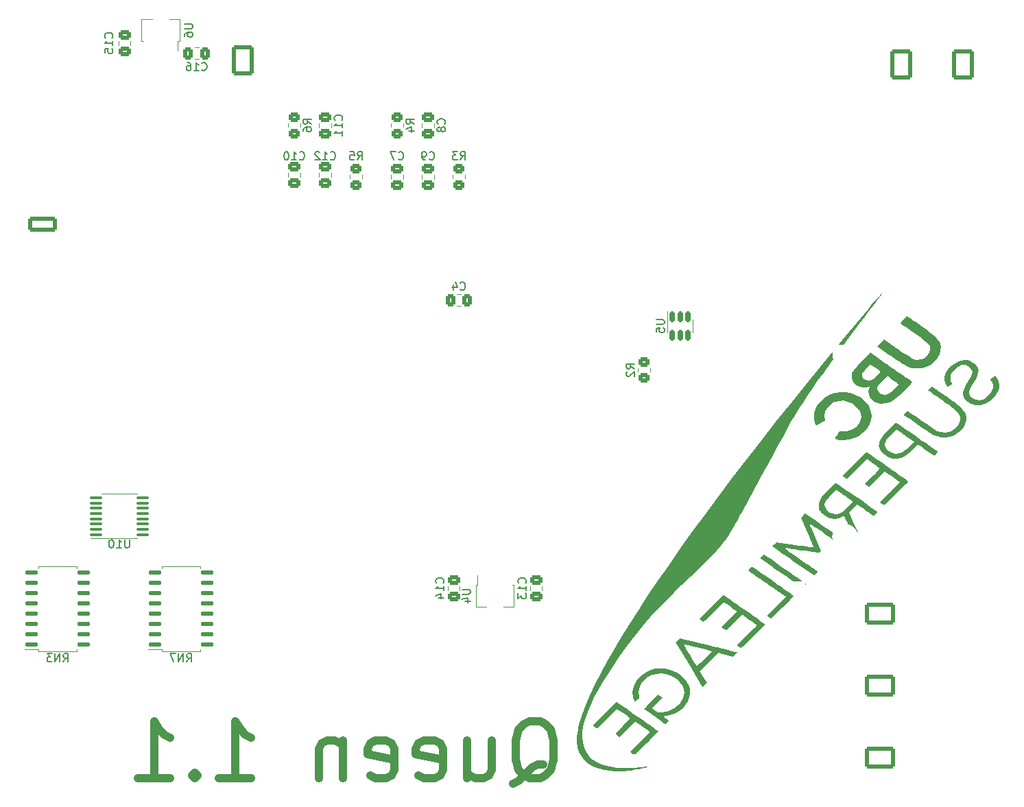
<source format=gbo>
%TF.GenerationSoftware,KiCad,Pcbnew,(6.0.4)*%
%TF.CreationDate,2023-03-06T22:36:06-08:00*%
%TF.ProjectId,fcp-control-pcb,6663702d-636f-46e7-9472-6f6c2d706362,rev?*%
%TF.SameCoordinates,Original*%
%TF.FileFunction,Legend,Bot*%
%TF.FilePolarity,Positive*%
%FSLAX46Y46*%
G04 Gerber Fmt 4.6, Leading zero omitted, Abs format (unit mm)*
G04 Created by KiCad (PCBNEW (6.0.4)) date 2023-03-06 22:36:06*
%MOMM*%
%LPD*%
G01*
G04 APERTURE LIST*
G04 Aperture macros list*
%AMRoundRect*
0 Rectangle with rounded corners*
0 $1 Rounding radius*
0 $2 $3 $4 $5 $6 $7 $8 $9 X,Y pos of 4 corners*
0 Add a 4 corners polygon primitive as box body*
4,1,4,$2,$3,$4,$5,$6,$7,$8,$9,$2,$3,0*
0 Add four circle primitives for the rounded corners*
1,1,$1+$1,$2,$3*
1,1,$1+$1,$4,$5*
1,1,$1+$1,$6,$7*
1,1,$1+$1,$8,$9*
0 Add four rect primitives between the rounded corners*
20,1,$1+$1,$2,$3,$4,$5,0*
20,1,$1+$1,$4,$5,$6,$7,0*
20,1,$1+$1,$6,$7,$8,$9,0*
20,1,$1+$1,$8,$9,$2,$3,0*%
%AMFreePoly0*
4,1,9,5.362500,-0.866500,1.237500,-0.866500,1.237500,-0.450000,-1.237500,-0.450000,-1.237500,0.450000,1.237500,0.450000,1.237500,0.866500,5.362500,0.866500,5.362500,-0.866500,5.362500,-0.866500,$1*%
G04 Aperture macros list end*
%ADD10C,1.000000*%
%ADD11C,0.150000*%
%ADD12C,0.120000*%
%ADD13O,2.700000X3.700000*%
%ADD14RoundRect,0.250001X-1.099999X-1.599999X1.099999X-1.599999X1.099999X1.599999X-1.099999X1.599999X0*%
%ADD15C,3.000000*%
%ADD16RoundRect,0.250000X-1.550000X0.650000X-1.550000X-0.650000X1.550000X-0.650000X1.550000X0.650000X0*%
%ADD17O,3.600000X1.800000*%
%ADD18C,1.650000*%
%ADD19C,1.450000*%
%ADD20R,1.700000X1.700000*%
%ADD21RoundRect,0.250001X-1.599999X1.099999X-1.599999X-1.099999X1.599999X-1.099999X1.599999X1.099999X0*%
%ADD22O,3.700000X2.700000*%
%ADD23O,1.700000X1.700000*%
%ADD24C,3.200000*%
%ADD25C,2.500000*%
%ADD26C,1.680000*%
%ADD27C,1.800000*%
%ADD28R,1.600000X1.600000*%
%ADD29O,1.600000X1.600000*%
%ADD30RoundRect,0.250000X-0.475000X0.337500X-0.475000X-0.337500X0.475000X-0.337500X0.475000X0.337500X0*%
%ADD31RoundRect,0.250000X0.475000X-0.337500X0.475000X0.337500X-0.475000X0.337500X-0.475000X-0.337500X0*%
%ADD32RoundRect,0.250000X0.337500X0.475000X-0.337500X0.475000X-0.337500X-0.475000X0.337500X-0.475000X0*%
%ADD33RoundRect,0.250000X0.450000X-0.350000X0.450000X0.350000X-0.450000X0.350000X-0.450000X-0.350000X0*%
%ADD34RoundRect,0.150000X-0.150000X0.512500X-0.150000X-0.512500X0.150000X-0.512500X0.150000X0.512500X0*%
%ADD35R,0.900000X2.300000*%
%ADD36FreePoly0,270.000000*%
%ADD37RoundRect,0.137500X-0.662500X-0.137500X0.662500X-0.137500X0.662500X0.137500X-0.662500X0.137500X0*%
%ADD38RoundRect,0.250000X-0.337500X-0.475000X0.337500X-0.475000X0.337500X0.475000X-0.337500X0.475000X0*%
%ADD39RoundRect,0.100000X-0.637500X-0.100000X0.637500X-0.100000X0.637500X0.100000X-0.637500X0.100000X0*%
%ADD40FreePoly0,90.000000*%
%ADD41RoundRect,0.250000X-0.450000X0.350000X-0.450000X-0.350000X0.450000X-0.350000X0.450000X0.350000X0*%
G04 APERTURE END LIST*
D10*
X136236666Y-129563333D02*
X136903333Y-129230000D01*
X137570000Y-128563333D01*
X138570000Y-127563333D01*
X139236666Y-127230000D01*
X139903333Y-127230000D01*
X139570000Y-128896666D02*
X140236666Y-128563333D01*
X140903333Y-127896666D01*
X141236666Y-126563333D01*
X141236666Y-124230000D01*
X140903333Y-122896666D01*
X140236666Y-122230000D01*
X139570000Y-121896666D01*
X138236666Y-121896666D01*
X137570000Y-122230000D01*
X136903333Y-122896666D01*
X136570000Y-124230000D01*
X136570000Y-126563333D01*
X136903333Y-127896666D01*
X137570000Y-128563333D01*
X138236666Y-128896666D01*
X139570000Y-128896666D01*
X130570000Y-124230000D02*
X130570000Y-128896666D01*
X133570000Y-124230000D02*
X133570000Y-127896666D01*
X133236666Y-128563333D01*
X132570000Y-128896666D01*
X131570000Y-128896666D01*
X130903333Y-128563333D01*
X130570000Y-128230000D01*
X124570000Y-128563333D02*
X125236666Y-128896666D01*
X126570000Y-128896666D01*
X127236666Y-128563333D01*
X127570000Y-127896666D01*
X127570000Y-125230000D01*
X127236666Y-124563333D01*
X126570000Y-124230000D01*
X125236666Y-124230000D01*
X124570000Y-124563333D01*
X124236666Y-125230000D01*
X124236666Y-125896666D01*
X127570000Y-126563333D01*
X118570000Y-128563333D02*
X119236666Y-128896666D01*
X120570000Y-128896666D01*
X121236666Y-128563333D01*
X121570000Y-127896666D01*
X121570000Y-125230000D01*
X121236666Y-124563333D01*
X120570000Y-124230000D01*
X119236666Y-124230000D01*
X118570000Y-124563333D01*
X118236666Y-125230000D01*
X118236666Y-125896666D01*
X121570000Y-126563333D01*
X115236666Y-124230000D02*
X115236666Y-128896666D01*
X115236666Y-124896666D02*
X114903333Y-124563333D01*
X114236666Y-124230000D01*
X113236666Y-124230000D01*
X112570000Y-124563333D01*
X112236666Y-125230000D01*
X112236666Y-128896666D01*
X99903333Y-128896666D02*
X103903333Y-128896666D01*
X101903333Y-128896666D02*
X101903333Y-121896666D01*
X102570000Y-122896666D01*
X103236666Y-123563333D01*
X103903333Y-123896666D01*
X96903333Y-128230000D02*
X96570000Y-128563333D01*
X96903333Y-128896666D01*
X97236666Y-128563333D01*
X96903333Y-128230000D01*
X96903333Y-128896666D01*
X89903333Y-128896666D02*
X93903333Y-128896666D01*
X91903333Y-128896666D02*
X91903333Y-121896666D01*
X92570000Y-122896666D01*
X93236666Y-123563333D01*
X93903333Y-123896666D01*
D11*
%TO.C,C7*%
X122086666Y-52427142D02*
X122134285Y-52474761D01*
X122277142Y-52522380D01*
X122372380Y-52522380D01*
X122515238Y-52474761D01*
X122610476Y-52379523D01*
X122658095Y-52284285D01*
X122705714Y-52093809D01*
X122705714Y-51950952D01*
X122658095Y-51760476D01*
X122610476Y-51665238D01*
X122515238Y-51570000D01*
X122372380Y-51522380D01*
X122277142Y-51522380D01*
X122134285Y-51570000D01*
X122086666Y-51617619D01*
X121753333Y-51522380D02*
X121086666Y-51522380D01*
X121515238Y-52522380D01*
%TO.C,C8*%
X127767142Y-48093333D02*
X127814761Y-48045714D01*
X127862380Y-47902857D01*
X127862380Y-47807619D01*
X127814761Y-47664761D01*
X127719523Y-47569523D01*
X127624285Y-47521904D01*
X127433809Y-47474285D01*
X127290952Y-47474285D01*
X127100476Y-47521904D01*
X127005238Y-47569523D01*
X126910000Y-47664761D01*
X126862380Y-47807619D01*
X126862380Y-47902857D01*
X126910000Y-48045714D01*
X126957619Y-48093333D01*
X127290952Y-48664761D02*
X127243333Y-48569523D01*
X127195714Y-48521904D01*
X127100476Y-48474285D01*
X127052857Y-48474285D01*
X126957619Y-48521904D01*
X126910000Y-48569523D01*
X126862380Y-48664761D01*
X126862380Y-48855238D01*
X126910000Y-48950476D01*
X126957619Y-48998095D01*
X127052857Y-49045714D01*
X127100476Y-49045714D01*
X127195714Y-48998095D01*
X127243333Y-48950476D01*
X127290952Y-48855238D01*
X127290952Y-48664761D01*
X127338571Y-48569523D01*
X127386190Y-48521904D01*
X127481428Y-48474285D01*
X127671904Y-48474285D01*
X127767142Y-48521904D01*
X127814761Y-48569523D01*
X127862380Y-48664761D01*
X127862380Y-48855238D01*
X127814761Y-48950476D01*
X127767142Y-48998095D01*
X127671904Y-49045714D01*
X127481428Y-49045714D01*
X127386190Y-48998095D01*
X127338571Y-48950476D01*
X127290952Y-48855238D01*
%TO.C,C10*%
X109862857Y-52427142D02*
X109910476Y-52474761D01*
X110053333Y-52522380D01*
X110148571Y-52522380D01*
X110291428Y-52474761D01*
X110386666Y-52379523D01*
X110434285Y-52284285D01*
X110481904Y-52093809D01*
X110481904Y-51950952D01*
X110434285Y-51760476D01*
X110386666Y-51665238D01*
X110291428Y-51570000D01*
X110148571Y-51522380D01*
X110053333Y-51522380D01*
X109910476Y-51570000D01*
X109862857Y-51617619D01*
X108910476Y-52522380D02*
X109481904Y-52522380D01*
X109196190Y-52522380D02*
X109196190Y-51522380D01*
X109291428Y-51665238D01*
X109386666Y-51760476D01*
X109481904Y-51808095D01*
X108291428Y-51522380D02*
X108196190Y-51522380D01*
X108100952Y-51570000D01*
X108053333Y-51617619D01*
X108005714Y-51712857D01*
X107958095Y-51903333D01*
X107958095Y-52141428D01*
X108005714Y-52331904D01*
X108053333Y-52427142D01*
X108100952Y-52474761D01*
X108196190Y-52522380D01*
X108291428Y-52522380D01*
X108386666Y-52474761D01*
X108434285Y-52427142D01*
X108481904Y-52331904D01*
X108529523Y-52141428D01*
X108529523Y-51903333D01*
X108481904Y-51712857D01*
X108434285Y-51617619D01*
X108386666Y-51570000D01*
X108291428Y-51522380D01*
%TO.C,C4*%
X129706666Y-68527142D02*
X129754285Y-68574761D01*
X129897142Y-68622380D01*
X129992380Y-68622380D01*
X130135238Y-68574761D01*
X130230476Y-68479523D01*
X130278095Y-68384285D01*
X130325714Y-68193809D01*
X130325714Y-68050952D01*
X130278095Y-67860476D01*
X130230476Y-67765238D01*
X130135238Y-67670000D01*
X129992380Y-67622380D01*
X129897142Y-67622380D01*
X129754285Y-67670000D01*
X129706666Y-67717619D01*
X128849523Y-67955714D02*
X128849523Y-68622380D01*
X129087619Y-67574761D02*
X129325714Y-68289047D01*
X128706666Y-68289047D01*
%TO.C,R5*%
X117006666Y-52522380D02*
X117340000Y-52046190D01*
X117578095Y-52522380D02*
X117578095Y-51522380D01*
X117197142Y-51522380D01*
X117101904Y-51570000D01*
X117054285Y-51617619D01*
X117006666Y-51712857D01*
X117006666Y-51855714D01*
X117054285Y-51950952D01*
X117101904Y-51998571D01*
X117197142Y-52046190D01*
X117578095Y-52046190D01*
X116101904Y-51522380D02*
X116578095Y-51522380D01*
X116625714Y-51998571D01*
X116578095Y-51950952D01*
X116482857Y-51903333D01*
X116244761Y-51903333D01*
X116149523Y-51950952D01*
X116101904Y-51998571D01*
X116054285Y-52093809D01*
X116054285Y-52331904D01*
X116101904Y-52427142D01*
X116149523Y-52474761D01*
X116244761Y-52522380D01*
X116482857Y-52522380D01*
X116578095Y-52474761D01*
X116625714Y-52427142D01*
%TO.C,C12*%
X113672857Y-52427142D02*
X113720476Y-52474761D01*
X113863333Y-52522380D01*
X113958571Y-52522380D01*
X114101428Y-52474761D01*
X114196666Y-52379523D01*
X114244285Y-52284285D01*
X114291904Y-52093809D01*
X114291904Y-51950952D01*
X114244285Y-51760476D01*
X114196666Y-51665238D01*
X114101428Y-51570000D01*
X113958571Y-51522380D01*
X113863333Y-51522380D01*
X113720476Y-51570000D01*
X113672857Y-51617619D01*
X112720476Y-52522380D02*
X113291904Y-52522380D01*
X113006190Y-52522380D02*
X113006190Y-51522380D01*
X113101428Y-51665238D01*
X113196666Y-51760476D01*
X113291904Y-51808095D01*
X112339523Y-51617619D02*
X112291904Y-51570000D01*
X112196666Y-51522380D01*
X111958571Y-51522380D01*
X111863333Y-51570000D01*
X111815714Y-51617619D01*
X111768095Y-51712857D01*
X111768095Y-51808095D01*
X111815714Y-51950952D01*
X112387142Y-52522380D01*
X111768095Y-52522380D01*
%TO.C,U5*%
X153897380Y-72263095D02*
X154706904Y-72263095D01*
X154802142Y-72310714D01*
X154849761Y-72358333D01*
X154897380Y-72453571D01*
X154897380Y-72644047D01*
X154849761Y-72739285D01*
X154802142Y-72786904D01*
X154706904Y-72834523D01*
X153897380Y-72834523D01*
X153897380Y-73786904D02*
X153897380Y-73310714D01*
X154373571Y-73263095D01*
X154325952Y-73310714D01*
X154278333Y-73405952D01*
X154278333Y-73644047D01*
X154325952Y-73739285D01*
X154373571Y-73786904D01*
X154468809Y-73834523D01*
X154706904Y-73834523D01*
X154802142Y-73786904D01*
X154849761Y-73739285D01*
X154897380Y-73644047D01*
X154897380Y-73405952D01*
X154849761Y-73310714D01*
X154802142Y-73263095D01*
%TO.C,U4*%
X129937380Y-105583095D02*
X130746904Y-105583095D01*
X130842142Y-105630714D01*
X130889761Y-105678333D01*
X130937380Y-105773571D01*
X130937380Y-105964047D01*
X130889761Y-106059285D01*
X130842142Y-106106904D01*
X130746904Y-106154523D01*
X129937380Y-106154523D01*
X130270714Y-107059285D02*
X130937380Y-107059285D01*
X129889761Y-106821190D02*
X130604047Y-106583095D01*
X130604047Y-107202142D01*
%TO.C,C14*%
X127582142Y-104767142D02*
X127629761Y-104719523D01*
X127677380Y-104576666D01*
X127677380Y-104481428D01*
X127629761Y-104338571D01*
X127534523Y-104243333D01*
X127439285Y-104195714D01*
X127248809Y-104148095D01*
X127105952Y-104148095D01*
X126915476Y-104195714D01*
X126820238Y-104243333D01*
X126725000Y-104338571D01*
X126677380Y-104481428D01*
X126677380Y-104576666D01*
X126725000Y-104719523D01*
X126772619Y-104767142D01*
X127677380Y-105719523D02*
X127677380Y-105148095D01*
X127677380Y-105433809D02*
X126677380Y-105433809D01*
X126820238Y-105338571D01*
X126915476Y-105243333D01*
X126963095Y-105148095D01*
X127010714Y-106576666D02*
X127677380Y-106576666D01*
X126629761Y-106338571D02*
X127344047Y-106100476D01*
X127344047Y-106719523D01*
%TO.C,R4*%
X124022380Y-48093333D02*
X123546190Y-47760000D01*
X124022380Y-47521904D02*
X123022380Y-47521904D01*
X123022380Y-47902857D01*
X123070000Y-47998095D01*
X123117619Y-48045714D01*
X123212857Y-48093333D01*
X123355714Y-48093333D01*
X123450952Y-48045714D01*
X123498571Y-47998095D01*
X123546190Y-47902857D01*
X123546190Y-47521904D01*
X123355714Y-48950476D02*
X124022380Y-48950476D01*
X122974761Y-48712380D02*
X123689047Y-48474285D01*
X123689047Y-49093333D01*
%TO.C,RN7*%
X95940476Y-114502380D02*
X96273809Y-114026190D01*
X96511904Y-114502380D02*
X96511904Y-113502380D01*
X96130952Y-113502380D01*
X96035714Y-113550000D01*
X95988095Y-113597619D01*
X95940476Y-113692857D01*
X95940476Y-113835714D01*
X95988095Y-113930952D01*
X96035714Y-113978571D01*
X96130952Y-114026190D01*
X96511904Y-114026190D01*
X95511904Y-114502380D02*
X95511904Y-113502380D01*
X94940476Y-114502380D01*
X94940476Y-113502380D01*
X94559523Y-113502380D02*
X93892857Y-113502380D01*
X94321428Y-114502380D01*
%TO.C,C16*%
X97797857Y-41407142D02*
X97845476Y-41454761D01*
X97988333Y-41502380D01*
X98083571Y-41502380D01*
X98226428Y-41454761D01*
X98321666Y-41359523D01*
X98369285Y-41264285D01*
X98416904Y-41073809D01*
X98416904Y-40930952D01*
X98369285Y-40740476D01*
X98321666Y-40645238D01*
X98226428Y-40550000D01*
X98083571Y-40502380D01*
X97988333Y-40502380D01*
X97845476Y-40550000D01*
X97797857Y-40597619D01*
X96845476Y-41502380D02*
X97416904Y-41502380D01*
X97131190Y-41502380D02*
X97131190Y-40502380D01*
X97226428Y-40645238D01*
X97321666Y-40740476D01*
X97416904Y-40788095D01*
X95988333Y-40502380D02*
X96178809Y-40502380D01*
X96274047Y-40550000D01*
X96321666Y-40597619D01*
X96416904Y-40740476D01*
X96464523Y-40930952D01*
X96464523Y-41311904D01*
X96416904Y-41407142D01*
X96369285Y-41454761D01*
X96274047Y-41502380D01*
X96083571Y-41502380D01*
X95988333Y-41454761D01*
X95940714Y-41407142D01*
X95893095Y-41311904D01*
X95893095Y-41073809D01*
X95940714Y-40978571D01*
X95988333Y-40930952D01*
X96083571Y-40883333D01*
X96274047Y-40883333D01*
X96369285Y-40930952D01*
X96416904Y-40978571D01*
X96464523Y-41073809D01*
%TO.C,C11*%
X115067142Y-47617142D02*
X115114761Y-47569523D01*
X115162380Y-47426666D01*
X115162380Y-47331428D01*
X115114761Y-47188571D01*
X115019523Y-47093333D01*
X114924285Y-47045714D01*
X114733809Y-46998095D01*
X114590952Y-46998095D01*
X114400476Y-47045714D01*
X114305238Y-47093333D01*
X114210000Y-47188571D01*
X114162380Y-47331428D01*
X114162380Y-47426666D01*
X114210000Y-47569523D01*
X114257619Y-47617142D01*
X115162380Y-48569523D02*
X115162380Y-47998095D01*
X115162380Y-48283809D02*
X114162380Y-48283809D01*
X114305238Y-48188571D01*
X114400476Y-48093333D01*
X114448095Y-47998095D01*
X115162380Y-49521904D02*
X115162380Y-48950476D01*
X115162380Y-49236190D02*
X114162380Y-49236190D01*
X114305238Y-49140952D01*
X114400476Y-49045714D01*
X114448095Y-48950476D01*
%TO.C,RN3*%
X80700476Y-114502380D02*
X81033809Y-114026190D01*
X81271904Y-114502380D02*
X81271904Y-113502380D01*
X80890952Y-113502380D01*
X80795714Y-113550000D01*
X80748095Y-113597619D01*
X80700476Y-113692857D01*
X80700476Y-113835714D01*
X80748095Y-113930952D01*
X80795714Y-113978571D01*
X80890952Y-114026190D01*
X81271904Y-114026190D01*
X80271904Y-114502380D02*
X80271904Y-113502380D01*
X79700476Y-114502380D01*
X79700476Y-113502380D01*
X79319523Y-113502380D02*
X78700476Y-113502380D01*
X79033809Y-113883333D01*
X78890952Y-113883333D01*
X78795714Y-113930952D01*
X78748095Y-113978571D01*
X78700476Y-114073809D01*
X78700476Y-114311904D01*
X78748095Y-114407142D01*
X78795714Y-114454761D01*
X78890952Y-114502380D01*
X79176666Y-114502380D01*
X79271904Y-114454761D01*
X79319523Y-114407142D01*
%TO.C,C13*%
X137742142Y-104767142D02*
X137789761Y-104719523D01*
X137837380Y-104576666D01*
X137837380Y-104481428D01*
X137789761Y-104338571D01*
X137694523Y-104243333D01*
X137599285Y-104195714D01*
X137408809Y-104148095D01*
X137265952Y-104148095D01*
X137075476Y-104195714D01*
X136980238Y-104243333D01*
X136885000Y-104338571D01*
X136837380Y-104481428D01*
X136837380Y-104576666D01*
X136885000Y-104719523D01*
X136932619Y-104767142D01*
X137837380Y-105719523D02*
X137837380Y-105148095D01*
X137837380Y-105433809D02*
X136837380Y-105433809D01*
X136980238Y-105338571D01*
X137075476Y-105243333D01*
X137123095Y-105148095D01*
X136837380Y-106052857D02*
X136837380Y-106671904D01*
X137218333Y-106338571D01*
X137218333Y-106481428D01*
X137265952Y-106576666D01*
X137313571Y-106624285D01*
X137408809Y-106671904D01*
X137646904Y-106671904D01*
X137742142Y-106624285D01*
X137789761Y-106576666D01*
X137837380Y-106481428D01*
X137837380Y-106195714D01*
X137789761Y-106100476D01*
X137742142Y-106052857D01*
%TO.C,U10*%
X88868095Y-99422380D02*
X88868095Y-100231904D01*
X88820476Y-100327142D01*
X88772857Y-100374761D01*
X88677619Y-100422380D01*
X88487142Y-100422380D01*
X88391904Y-100374761D01*
X88344285Y-100327142D01*
X88296666Y-100231904D01*
X88296666Y-99422380D01*
X87296666Y-100422380D02*
X87868095Y-100422380D01*
X87582380Y-100422380D02*
X87582380Y-99422380D01*
X87677619Y-99565238D01*
X87772857Y-99660476D01*
X87868095Y-99708095D01*
X86677619Y-99422380D02*
X86582380Y-99422380D01*
X86487142Y-99470000D01*
X86439523Y-99517619D01*
X86391904Y-99612857D01*
X86344285Y-99803333D01*
X86344285Y-100041428D01*
X86391904Y-100231904D01*
X86439523Y-100327142D01*
X86487142Y-100374761D01*
X86582380Y-100422380D01*
X86677619Y-100422380D01*
X86772857Y-100374761D01*
X86820476Y-100327142D01*
X86868095Y-100231904D01*
X86915714Y-100041428D01*
X86915714Y-99803333D01*
X86868095Y-99612857D01*
X86820476Y-99517619D01*
X86772857Y-99470000D01*
X86677619Y-99422380D01*
%TO.C,R6*%
X111322380Y-48093333D02*
X110846190Y-47760000D01*
X111322380Y-47521904D02*
X110322380Y-47521904D01*
X110322380Y-47902857D01*
X110370000Y-47998095D01*
X110417619Y-48045714D01*
X110512857Y-48093333D01*
X110655714Y-48093333D01*
X110750952Y-48045714D01*
X110798571Y-47998095D01*
X110846190Y-47902857D01*
X110846190Y-47521904D01*
X110322380Y-48950476D02*
X110322380Y-48760000D01*
X110370000Y-48664761D01*
X110417619Y-48617142D01*
X110560476Y-48521904D01*
X110750952Y-48474285D01*
X111131904Y-48474285D01*
X111227142Y-48521904D01*
X111274761Y-48569523D01*
X111322380Y-48664761D01*
X111322380Y-48855238D01*
X111274761Y-48950476D01*
X111227142Y-48998095D01*
X111131904Y-49045714D01*
X110893809Y-49045714D01*
X110798571Y-48998095D01*
X110750952Y-48950476D01*
X110703333Y-48855238D01*
X110703333Y-48664761D01*
X110750952Y-48569523D01*
X110798571Y-48521904D01*
X110893809Y-48474285D01*
%TO.C,C15*%
X86717142Y-37457142D02*
X86764761Y-37409523D01*
X86812380Y-37266666D01*
X86812380Y-37171428D01*
X86764761Y-37028571D01*
X86669523Y-36933333D01*
X86574285Y-36885714D01*
X86383809Y-36838095D01*
X86240952Y-36838095D01*
X86050476Y-36885714D01*
X85955238Y-36933333D01*
X85860000Y-37028571D01*
X85812380Y-37171428D01*
X85812380Y-37266666D01*
X85860000Y-37409523D01*
X85907619Y-37457142D01*
X86812380Y-38409523D02*
X86812380Y-37838095D01*
X86812380Y-38123809D02*
X85812380Y-38123809D01*
X85955238Y-38028571D01*
X86050476Y-37933333D01*
X86098095Y-37838095D01*
X85812380Y-39314285D02*
X85812380Y-38838095D01*
X86288571Y-38790476D01*
X86240952Y-38838095D01*
X86193333Y-38933333D01*
X86193333Y-39171428D01*
X86240952Y-39266666D01*
X86288571Y-39314285D01*
X86383809Y-39361904D01*
X86621904Y-39361904D01*
X86717142Y-39314285D01*
X86764761Y-39266666D01*
X86812380Y-39171428D01*
X86812380Y-38933333D01*
X86764761Y-38838095D01*
X86717142Y-38790476D01*
%TO.C,C9*%
X125896666Y-52427142D02*
X125944285Y-52474761D01*
X126087142Y-52522380D01*
X126182380Y-52522380D01*
X126325238Y-52474761D01*
X126420476Y-52379523D01*
X126468095Y-52284285D01*
X126515714Y-52093809D01*
X126515714Y-51950952D01*
X126468095Y-51760476D01*
X126420476Y-51665238D01*
X126325238Y-51570000D01*
X126182380Y-51522380D01*
X126087142Y-51522380D01*
X125944285Y-51570000D01*
X125896666Y-51617619D01*
X125420476Y-52522380D02*
X125230000Y-52522380D01*
X125134761Y-52474761D01*
X125087142Y-52427142D01*
X124991904Y-52284285D01*
X124944285Y-52093809D01*
X124944285Y-51712857D01*
X124991904Y-51617619D01*
X125039523Y-51570000D01*
X125134761Y-51522380D01*
X125325238Y-51522380D01*
X125420476Y-51570000D01*
X125468095Y-51617619D01*
X125515714Y-51712857D01*
X125515714Y-51950952D01*
X125468095Y-52046190D01*
X125420476Y-52093809D01*
X125325238Y-52141428D01*
X125134761Y-52141428D01*
X125039523Y-52093809D01*
X124991904Y-52046190D01*
X124944285Y-51950952D01*
%TO.C,U6*%
X95662380Y-35768095D02*
X96471904Y-35768095D01*
X96567142Y-35815714D01*
X96614761Y-35863333D01*
X96662380Y-35958571D01*
X96662380Y-36149047D01*
X96614761Y-36244285D01*
X96567142Y-36291904D01*
X96471904Y-36339523D01*
X95662380Y-36339523D01*
X95662380Y-37244285D02*
X95662380Y-37053809D01*
X95710000Y-36958571D01*
X95757619Y-36910952D01*
X95900476Y-36815714D01*
X96090952Y-36768095D01*
X96471904Y-36768095D01*
X96567142Y-36815714D01*
X96614761Y-36863333D01*
X96662380Y-36958571D01*
X96662380Y-37149047D01*
X96614761Y-37244285D01*
X96567142Y-37291904D01*
X96471904Y-37339523D01*
X96233809Y-37339523D01*
X96138571Y-37291904D01*
X96090952Y-37244285D01*
X96043333Y-37149047D01*
X96043333Y-36958571D01*
X96090952Y-36863333D01*
X96138571Y-36815714D01*
X96233809Y-36768095D01*
%TO.C,R2*%
X151202380Y-78303333D02*
X150726190Y-77970000D01*
X151202380Y-77731904D02*
X150202380Y-77731904D01*
X150202380Y-78112857D01*
X150250000Y-78208095D01*
X150297619Y-78255714D01*
X150392857Y-78303333D01*
X150535714Y-78303333D01*
X150630952Y-78255714D01*
X150678571Y-78208095D01*
X150726190Y-78112857D01*
X150726190Y-77731904D01*
X150297619Y-78684285D02*
X150250000Y-78731904D01*
X150202380Y-78827142D01*
X150202380Y-79065238D01*
X150250000Y-79160476D01*
X150297619Y-79208095D01*
X150392857Y-79255714D01*
X150488095Y-79255714D01*
X150630952Y-79208095D01*
X151202380Y-78636666D01*
X151202380Y-79255714D01*
%TO.C,R3*%
X129706666Y-52522380D02*
X130040000Y-52046190D01*
X130278095Y-52522380D02*
X130278095Y-51522380D01*
X129897142Y-51522380D01*
X129801904Y-51570000D01*
X129754285Y-51617619D01*
X129706666Y-51712857D01*
X129706666Y-51855714D01*
X129754285Y-51950952D01*
X129801904Y-51998571D01*
X129897142Y-52046190D01*
X130278095Y-52046190D01*
X129373333Y-51522380D02*
X128754285Y-51522380D01*
X129087619Y-51903333D01*
X128944761Y-51903333D01*
X128849523Y-51950952D01*
X128801904Y-51998571D01*
X128754285Y-52093809D01*
X128754285Y-52331904D01*
X128801904Y-52427142D01*
X128849523Y-52474761D01*
X128944761Y-52522380D01*
X129230476Y-52522380D01*
X129325714Y-52474761D01*
X129373333Y-52427142D01*
D12*
%TO.C,C7*%
X121185000Y-54348748D02*
X121185000Y-54871252D01*
X122655000Y-54348748D02*
X122655000Y-54871252D01*
%TO.C,C8*%
X124995000Y-48521252D02*
X124995000Y-47998748D01*
X126465000Y-48521252D02*
X126465000Y-47998748D01*
%TO.C,C10*%
X108485000Y-54116248D02*
X108485000Y-54638752D01*
X109955000Y-54116248D02*
X109955000Y-54638752D01*
%TO.C,C4*%
X129801252Y-69115000D02*
X129278748Y-69115000D01*
X129801252Y-70585000D02*
X129278748Y-70585000D01*
%TO.C,R5*%
X116105000Y-54837064D02*
X116105000Y-54382936D01*
X117575000Y-54837064D02*
X117575000Y-54382936D01*
%TO.C,C12*%
X112295000Y-54116248D02*
X112295000Y-54638752D01*
X113765000Y-54116248D02*
X113765000Y-54638752D01*
%TO.C,G\u002A\u002A\u002A*%
G36*
X179846055Y-88592330D02*
G01*
X179928914Y-88650931D01*
X180097883Y-88769768D01*
X180343737Y-88942371D01*
X180657248Y-89162268D01*
X181029190Y-89422993D01*
X181450339Y-89718072D01*
X181911466Y-90041038D01*
X182403346Y-90385420D01*
X182577756Y-90507531D01*
X183061127Y-90846197D01*
X183511170Y-91161857D01*
X183918549Y-91447941D01*
X184273935Y-91697884D01*
X184567993Y-91905118D01*
X184791392Y-92063074D01*
X184934801Y-92165187D01*
X184988884Y-92204889D01*
X184967458Y-92238638D01*
X184871103Y-92348973D01*
X184706484Y-92525977D01*
X184483100Y-92759730D01*
X184210450Y-93040311D01*
X183898033Y-93357797D01*
X183555346Y-93702267D01*
X183452180Y-93805514D01*
X183076934Y-94181911D01*
X182775634Y-94483134D01*
X182538084Y-94715971D01*
X182354090Y-94887209D01*
X182213456Y-95003635D01*
X182105986Y-95072035D01*
X182021486Y-95099199D01*
X181949760Y-95091911D01*
X181880612Y-95056961D01*
X181803848Y-95001132D01*
X181709272Y-94931216D01*
X181521383Y-94799900D01*
X182760374Y-93560910D01*
X182847532Y-93473699D01*
X183154896Y-93165272D01*
X183429266Y-92888607D01*
X183660183Y-92654344D01*
X183837191Y-92473122D01*
X183949831Y-92355581D01*
X183987646Y-92312358D01*
X183987493Y-92312237D01*
X183934234Y-92274626D01*
X183798209Y-92179291D01*
X183594922Y-92037079D01*
X183339876Y-91858836D01*
X183048577Y-91655409D01*
X182121226Y-91008023D01*
X180173581Y-92909944D01*
X179915465Y-92722757D01*
X179657349Y-92535571D01*
X180593304Y-91576737D01*
X180726274Y-91439876D01*
X180980921Y-91173869D01*
X181197027Y-90942874D01*
X181363051Y-90759519D01*
X181467447Y-90636434D01*
X181498675Y-90586246D01*
X181473493Y-90566334D01*
X181363623Y-90485838D01*
X181183380Y-90356438D01*
X180950145Y-90190583D01*
X180681300Y-90000724D01*
X179894510Y-89446860D01*
X178672293Y-90669076D01*
X178602578Y-90738688D01*
X178292541Y-91045697D01*
X178011498Y-91319931D01*
X177770574Y-91550819D01*
X177580899Y-91727795D01*
X177453594Y-91840292D01*
X177399787Y-91877741D01*
X177372218Y-91864694D01*
X177264354Y-91795955D01*
X177118024Y-91691339D01*
X176886552Y-91518488D01*
X178357496Y-90047544D01*
X178645393Y-89760058D01*
X178967312Y-89439646D01*
X179253060Y-89156383D01*
X179492875Y-88919886D01*
X179676992Y-88739781D01*
X179795651Y-88625689D01*
X179839089Y-88587231D01*
X179846055Y-88592330D01*
G37*
G36*
X185112342Y-71992896D02*
G01*
X185208262Y-72058088D01*
X185400094Y-72190159D01*
X185660062Y-72370160D01*
X185971561Y-72586570D01*
X186317986Y-72827867D01*
X186682735Y-73082532D01*
X186966058Y-73281819D01*
X187436946Y-73621011D01*
X187821931Y-73911869D01*
X188131980Y-74164018D01*
X188378058Y-74387085D01*
X188571132Y-74590697D01*
X188722170Y-74784479D01*
X188842137Y-74978059D01*
X188952689Y-75230524D01*
X189033995Y-75649754D01*
X189008340Y-76089076D01*
X188877494Y-76530849D01*
X188643232Y-76957429D01*
X188575306Y-77047936D01*
X188341805Y-77302097D01*
X188051746Y-77563822D01*
X187742443Y-77801050D01*
X187451208Y-77981718D01*
X187196978Y-78098327D01*
X186660953Y-78248711D01*
X186097867Y-78291031D01*
X185522896Y-78226294D01*
X184951212Y-78055503D01*
X184397989Y-77779662D01*
X184301191Y-77717358D01*
X184119287Y-77595608D01*
X183873840Y-77428767D01*
X183579652Y-77227122D01*
X183251525Y-77000961D01*
X182904260Y-76760572D01*
X182552661Y-76516244D01*
X182211529Y-76278265D01*
X181895667Y-76056923D01*
X181619877Y-75862505D01*
X181398960Y-75705301D01*
X181247720Y-75595598D01*
X181180957Y-75543685D01*
X181188222Y-75518004D01*
X181260120Y-75421438D01*
X181391206Y-75273431D01*
X181564726Y-75093628D01*
X181981638Y-74676716D01*
X183571457Y-75789486D01*
X183756024Y-75918105D01*
X184154463Y-76192003D01*
X184530455Y-76445598D01*
X184868883Y-76668978D01*
X185154629Y-76852233D01*
X185372573Y-76985453D01*
X185507600Y-77058727D01*
X185694621Y-77131540D01*
X186113711Y-77213282D01*
X186520884Y-77183564D01*
X186898877Y-77042585D01*
X187183354Y-76851765D01*
X187450494Y-76585426D01*
X187637199Y-76290376D01*
X187731460Y-75986330D01*
X187721263Y-75692998D01*
X187708812Y-75644214D01*
X187662713Y-75512592D01*
X187592935Y-75383280D01*
X187489901Y-75247669D01*
X187344034Y-75097151D01*
X187145754Y-74923117D01*
X186885484Y-74716958D01*
X186553645Y-74470064D01*
X186140660Y-74173827D01*
X185636948Y-73819638D01*
X185413498Y-73663368D01*
X185044753Y-73405117D01*
X184715100Y-73173784D01*
X184436463Y-72977764D01*
X184220768Y-72825452D01*
X184079941Y-72725244D01*
X184025905Y-72685532D01*
X184036052Y-72660193D01*
X184112184Y-72564524D01*
X184246465Y-72416856D01*
X184421951Y-72236403D01*
X184844538Y-71813816D01*
X185112342Y-71992896D01*
G37*
G36*
X192379927Y-77272920D02*
G01*
X192779064Y-77412018D01*
X192984951Y-77535333D01*
X193254828Y-77750958D01*
X193475903Y-77989429D01*
X193615758Y-78219462D01*
X193678521Y-78475032D01*
X193663715Y-78800453D01*
X193558143Y-79176629D01*
X193359791Y-79610492D01*
X193066642Y-80108971D01*
X192882883Y-80403757D01*
X192708058Y-80714174D01*
X192596779Y-80964450D01*
X192542560Y-81173706D01*
X192538916Y-81361059D01*
X192579365Y-81545629D01*
X192644239Y-81691000D01*
X192835837Y-81915981D01*
X193102139Y-82083265D01*
X193418805Y-82183317D01*
X193761495Y-82206603D01*
X194105868Y-82143589D01*
X194182095Y-82116021D01*
X194516706Y-81935276D01*
X194842217Y-81674483D01*
X195131867Y-81361585D01*
X195358904Y-81024523D01*
X195496572Y-80691237D01*
X195509065Y-80636861D01*
X195520251Y-80311603D01*
X195432529Y-80001545D01*
X195255431Y-79744134D01*
X195180313Y-79662455D01*
X195148369Y-79588181D01*
X195198002Y-79537742D01*
X195227614Y-79521190D01*
X195361650Y-79444274D01*
X195527310Y-79347508D01*
X195760521Y-79210138D01*
X195930117Y-79439212D01*
X195982073Y-79512279D01*
X196185413Y-79898262D01*
X196270673Y-80289113D01*
X196237660Y-80688385D01*
X196086179Y-81099636D01*
X195816037Y-81526419D01*
X195788826Y-81561892D01*
X195436995Y-81952532D01*
X195031775Y-82299288D01*
X194603884Y-82578799D01*
X194184037Y-82767701D01*
X193815063Y-82844792D01*
X193411717Y-82839444D01*
X193014217Y-82754346D01*
X192641384Y-82599520D01*
X192312041Y-82384993D01*
X192045006Y-82120791D01*
X191859103Y-81816939D01*
X191773153Y-81483464D01*
X191771238Y-81340217D01*
X191815901Y-81074654D01*
X191925587Y-80765539D01*
X192106015Y-80398069D01*
X192362904Y-79957441D01*
X192375378Y-79937164D01*
X192602766Y-79552006D01*
X192762640Y-79242792D01*
X192862004Y-78992006D01*
X192907858Y-78782128D01*
X192907203Y-78595644D01*
X192903338Y-78569837D01*
X192809219Y-78346817D01*
X192626743Y-78140743D01*
X192384501Y-77972071D01*
X192111085Y-77861252D01*
X191835087Y-77828737D01*
X191630276Y-77861185D01*
X191295330Y-77992665D01*
X190965049Y-78204239D01*
X190665149Y-78474989D01*
X190421347Y-78784000D01*
X190259359Y-79110355D01*
X190213423Y-79288302D01*
X190197173Y-79588037D01*
X190253720Y-79857046D01*
X190378586Y-80059664D01*
X190380731Y-80061823D01*
X190426707Y-80133211D01*
X190403917Y-80204808D01*
X190298996Y-80293665D01*
X190098572Y-80416836D01*
X190016321Y-80463275D01*
X189897133Y-80512185D01*
X189810591Y-80493485D01*
X189727485Y-80394018D01*
X189618601Y-80200624D01*
X189529343Y-80003676D01*
X189449986Y-79631010D01*
X189484648Y-79246209D01*
X189634234Y-78843524D01*
X189899651Y-78417201D01*
X190229728Y-78036679D01*
X190626602Y-77708130D01*
X191056189Y-77461849D01*
X191502359Y-77303467D01*
X191948982Y-77238613D01*
X192379927Y-77272920D01*
G37*
G36*
X165715984Y-102722401D02*
G01*
X165798843Y-102781002D01*
X165967812Y-102899839D01*
X166213666Y-103072442D01*
X166527176Y-103292340D01*
X166899119Y-103553064D01*
X167320268Y-103848143D01*
X167781395Y-104171109D01*
X168273275Y-104515491D01*
X168447685Y-104637603D01*
X168931056Y-104976269D01*
X169381098Y-105291928D01*
X169788478Y-105578012D01*
X170143863Y-105827955D01*
X170437922Y-106035189D01*
X170661321Y-106193145D01*
X170804730Y-106295258D01*
X170858813Y-106334960D01*
X170845538Y-106358558D01*
X170760622Y-106457942D01*
X170606330Y-106625085D01*
X170392368Y-106849831D01*
X170128439Y-107122023D01*
X169824246Y-107431505D01*
X169489494Y-107768119D01*
X168088245Y-109169368D01*
X167829219Y-108981510D01*
X167570194Y-108793650D01*
X168722297Y-107618909D01*
X169874399Y-106444169D01*
X169732995Y-106352849D01*
X169670708Y-106311170D01*
X169513247Y-106203095D01*
X169283609Y-106043954D01*
X168993998Y-105842319D01*
X168656621Y-105606760D01*
X168283682Y-105345850D01*
X167887385Y-105068159D01*
X167479936Y-104782257D01*
X167073537Y-104496717D01*
X166680397Y-104220110D01*
X166312718Y-103961005D01*
X165982705Y-103727976D01*
X165702564Y-103529593D01*
X165484498Y-103374425D01*
X165340713Y-103271046D01*
X165283415Y-103228026D01*
X165273082Y-103202146D01*
X165319809Y-103102515D01*
X165464285Y-102940754D01*
X165561473Y-102845458D01*
X165664674Y-102749988D01*
X165709017Y-102717302D01*
X165715984Y-102722401D01*
G37*
G36*
X177265328Y-81204014D02*
G01*
X177893980Y-81311283D01*
X178506660Y-81523376D01*
X179089663Y-81842427D01*
X179520594Y-82164066D01*
X179884808Y-82531529D01*
X180160854Y-82940308D01*
X180365440Y-83410944D01*
X180441479Y-83707918D01*
X180472204Y-84194132D01*
X180401183Y-84691151D01*
X180232796Y-85174445D01*
X179971415Y-85619479D01*
X179828145Y-85801291D01*
X179379315Y-86245034D01*
X178858702Y-86608101D01*
X178284560Y-86882868D01*
X177675143Y-87061714D01*
X177048705Y-87137015D01*
X176423499Y-87101146D01*
X176385688Y-87095170D01*
X176181171Y-87053893D01*
X176038228Y-87009867D01*
X175985829Y-86971663D01*
X175990668Y-86953890D01*
X176040214Y-86845605D01*
X176131446Y-86672221D01*
X176249809Y-86461849D01*
X176508934Y-86014267D01*
X176915813Y-86035889D01*
X177244804Y-86024849D01*
X177710666Y-85926563D01*
X178156314Y-85745127D01*
X178539096Y-85494759D01*
X178703233Y-85345203D01*
X178985422Y-84990704D01*
X179153881Y-84613611D01*
X179208009Y-84224321D01*
X179147202Y-83833229D01*
X178970863Y-83450731D01*
X178678386Y-83087222D01*
X178481372Y-82905750D01*
X178018610Y-82583156D01*
X177525285Y-82368917D01*
X177012508Y-82265839D01*
X176491393Y-82276727D01*
X175973051Y-82404386D01*
X175957477Y-82410093D01*
X175766102Y-82489731D01*
X175606211Y-82583947D01*
X175441096Y-82718262D01*
X175234049Y-82918198D01*
X175188631Y-82964029D01*
X175008846Y-83154991D01*
X174890979Y-83307280D01*
X174811627Y-83455291D01*
X174747385Y-83633420D01*
X174722044Y-83722241D01*
X174670417Y-84035719D01*
X174676035Y-84324606D01*
X174739256Y-84548446D01*
X174749807Y-84570056D01*
X174759131Y-84617310D01*
X174730838Y-84666652D01*
X174648281Y-84732625D01*
X174494812Y-84829776D01*
X174253784Y-84972651D01*
X174085110Y-85068088D01*
X173875966Y-85175247D01*
X173718980Y-85242227D01*
X173639231Y-85257406D01*
X173583463Y-85202258D01*
X173506429Y-85045833D01*
X173435211Y-84822822D01*
X173379108Y-84563760D01*
X173347421Y-84299185D01*
X173367260Y-83924300D01*
X173476018Y-83488615D01*
X173664174Y-83052383D01*
X173920206Y-82648796D01*
X173925413Y-82641969D01*
X174362117Y-82165192D01*
X174865073Y-81780412D01*
X175420576Y-81489767D01*
X176014922Y-81295393D01*
X176634407Y-81199430D01*
X177265328Y-81204014D01*
G37*
G36*
X167205600Y-101232785D02*
G01*
X167288459Y-101291386D01*
X167457428Y-101410223D01*
X167703282Y-101582826D01*
X168016793Y-101802723D01*
X168388735Y-102063448D01*
X168809884Y-102358528D01*
X169271011Y-102681493D01*
X169762891Y-103025875D01*
X169937301Y-103147987D01*
X170420672Y-103486653D01*
X170870714Y-103802312D01*
X171278094Y-104088396D01*
X171633479Y-104338340D01*
X171927538Y-104545573D01*
X172150937Y-104703529D01*
X172294346Y-104805642D01*
X172348429Y-104845344D01*
X172340923Y-104878998D01*
X172269778Y-104977304D01*
X172147087Y-105110526D01*
X172061968Y-105193623D01*
X171952353Y-105282386D01*
X171874224Y-105303030D01*
X171796380Y-105269712D01*
X171723833Y-105221119D01*
X171563111Y-105110490D01*
X171329061Y-104947979D01*
X171033149Y-104741646D01*
X170686837Y-104499552D01*
X170301590Y-104229753D01*
X169888874Y-103940311D01*
X169460151Y-103639283D01*
X169026886Y-103334729D01*
X168600546Y-103034708D01*
X168192591Y-102747278D01*
X167814489Y-102480500D01*
X167477702Y-102242432D01*
X167193695Y-102041133D01*
X166973933Y-101884661D01*
X166829880Y-101781077D01*
X166773001Y-101738440D01*
X166762682Y-101712582D01*
X166809406Y-101612928D01*
X166953901Y-101451138D01*
X167051089Y-101355842D01*
X167154290Y-101260372D01*
X167198633Y-101227686D01*
X167205600Y-101232785D01*
G37*
G36*
X148989725Y-119448660D02*
G01*
X149072583Y-119507261D01*
X149241553Y-119626098D01*
X149487407Y-119798700D01*
X149800918Y-120018599D01*
X150172861Y-120279322D01*
X150594008Y-120574403D01*
X151055135Y-120897368D01*
X151547016Y-121241750D01*
X151721426Y-121363861D01*
X152204797Y-121702527D01*
X152654839Y-122018187D01*
X153062219Y-122304271D01*
X153417605Y-122554214D01*
X153711664Y-122761447D01*
X153935063Y-122919404D01*
X154078470Y-123021518D01*
X154132554Y-123061219D01*
X154111128Y-123094968D01*
X154014773Y-123205303D01*
X153850154Y-123382308D01*
X153626770Y-123616061D01*
X153354120Y-123896642D01*
X153041702Y-124214128D01*
X152699016Y-124558597D01*
X152595850Y-124661844D01*
X152220604Y-125038241D01*
X151919303Y-125339464D01*
X151681754Y-125572301D01*
X151497760Y-125743539D01*
X151357125Y-125859965D01*
X151249656Y-125928366D01*
X151165156Y-125955529D01*
X151093430Y-125948242D01*
X151024282Y-125913291D01*
X150947517Y-125857463D01*
X150852941Y-125787546D01*
X150665054Y-125656230D01*
X151904043Y-124417240D01*
X151991202Y-124330029D01*
X152298566Y-124021602D01*
X152572935Y-123744937D01*
X152803852Y-123510674D01*
X152980861Y-123329453D01*
X153093501Y-123211911D01*
X153131316Y-123168689D01*
X153131162Y-123168568D01*
X153077903Y-123130956D01*
X152941879Y-123035621D01*
X152738591Y-122893409D01*
X152483546Y-122715166D01*
X152192247Y-122511740D01*
X151264896Y-121864354D01*
X149317251Y-123766274D01*
X149059135Y-123579087D01*
X148801020Y-123391900D01*
X149736974Y-122433067D01*
X149869944Y-122296207D01*
X150124591Y-122030199D01*
X150340697Y-121799204D01*
X150506720Y-121615850D01*
X150611117Y-121492764D01*
X150642344Y-121442577D01*
X150617163Y-121422664D01*
X150507292Y-121342169D01*
X150327050Y-121212768D01*
X150093815Y-121046913D01*
X149824970Y-120857054D01*
X149038179Y-120303190D01*
X147815963Y-121525406D01*
X147746248Y-121595018D01*
X147436210Y-121902028D01*
X147155168Y-122176261D01*
X146914245Y-122407149D01*
X146724568Y-122584126D01*
X146597263Y-122696622D01*
X146543457Y-122734072D01*
X146515888Y-122721025D01*
X146408024Y-122652286D01*
X146261694Y-122547669D01*
X146030222Y-122374818D01*
X147501165Y-120903874D01*
X147789064Y-120616387D01*
X148110982Y-120295977D01*
X148396731Y-120012713D01*
X148636545Y-119776217D01*
X148820662Y-119596111D01*
X148939321Y-119482018D01*
X148982758Y-119443561D01*
X148989725Y-119448660D01*
G37*
G36*
X172268375Y-96166181D02*
G01*
X172351557Y-96225123D01*
X172520846Y-96344289D01*
X172767004Y-96517203D01*
X173080798Y-96737382D01*
X173452989Y-96998348D01*
X173874341Y-97293623D01*
X174335619Y-97616727D01*
X174827585Y-97961181D01*
X175001995Y-98083292D01*
X175485366Y-98421958D01*
X175935408Y-98737618D01*
X176342788Y-99023702D01*
X176698174Y-99273645D01*
X176992232Y-99480879D01*
X177215631Y-99638835D01*
X177359040Y-99740948D01*
X177413123Y-99780650D01*
X177410992Y-99818331D01*
X177344687Y-99911601D01*
X177231849Y-100027553D01*
X177102462Y-100138762D01*
X176986505Y-100217803D01*
X176913958Y-100237255D01*
X176899883Y-100228762D01*
X176800389Y-100161932D01*
X176617752Y-100036040D01*
X176362754Y-99858618D01*
X176046179Y-99637202D01*
X175678808Y-99379328D01*
X175271423Y-99092527D01*
X174834807Y-98784338D01*
X174646270Y-98651372D01*
X174224444Y-98356029D01*
X173838122Y-98088479D01*
X173497715Y-97855751D01*
X173213637Y-97664868D01*
X172996296Y-97522857D01*
X172856104Y-97436742D01*
X172803474Y-97413550D01*
X172802661Y-97416852D01*
X172823553Y-97498721D01*
X172886505Y-97664076D01*
X172982574Y-97890728D01*
X173102820Y-98156484D01*
X173155573Y-98270540D01*
X173311454Y-98612863D01*
X173489275Y-99009083D01*
X173670962Y-99418781D01*
X173838439Y-99801537D01*
X174250490Y-100751420D01*
X174094135Y-100907776D01*
X174091730Y-100910177D01*
X174043113Y-100955039D01*
X173989370Y-100987713D01*
X173916267Y-101007456D01*
X173809569Y-101013526D01*
X173655040Y-101005179D01*
X173438447Y-100981673D01*
X173145553Y-100942263D01*
X172762123Y-100886210D01*
X172273923Y-100812766D01*
X172272724Y-100812585D01*
X171819846Y-100743670D01*
X171388878Y-100677166D01*
X170999248Y-100616141D01*
X170670386Y-100563667D01*
X170421727Y-100522810D01*
X170272698Y-100496641D01*
X170076910Y-100470169D01*
X169919969Y-100476066D01*
X169849171Y-100517021D01*
X169880016Y-100589373D01*
X169924066Y-100624654D01*
X170053263Y-100718350D01*
X170241602Y-100850236D01*
X170465758Y-101003804D01*
X170610764Y-101102886D01*
X170840551Y-101261243D01*
X171123812Y-101457377D01*
X171446697Y-101681615D01*
X171795355Y-101924281D01*
X172155934Y-102175698D01*
X172514585Y-102426193D01*
X172857455Y-102666091D01*
X173170693Y-102885715D01*
X173440450Y-103075391D01*
X173652874Y-103225445D01*
X173794113Y-103326199D01*
X173850316Y-103367980D01*
X173835436Y-103400980D01*
X173752400Y-103494354D01*
X173618495Y-103622087D01*
X173362768Y-103852286D01*
X170884471Y-102117098D01*
X170787572Y-102049256D01*
X170303527Y-101710401D01*
X169848788Y-101392134D01*
X169433256Y-101101378D01*
X169066832Y-100845058D01*
X168759411Y-100630098D01*
X168520896Y-100463420D01*
X168361185Y-100351949D01*
X168290178Y-100302610D01*
X168280388Y-100295863D01*
X168227673Y-100248645D01*
X168229689Y-100196369D01*
X168298288Y-100114181D01*
X168445320Y-99977225D01*
X168716460Y-99731141D01*
X170975405Y-100068383D01*
X171048538Y-100079266D01*
X171552147Y-100152303D01*
X172016979Y-100216488D01*
X172429674Y-100270204D01*
X172776868Y-100311840D01*
X173045202Y-100339782D01*
X173221315Y-100352416D01*
X173291846Y-100348130D01*
X173284410Y-100277157D01*
X173227280Y-100103354D01*
X173122716Y-99832566D01*
X172973041Y-99470575D01*
X172780580Y-99023169D01*
X172547659Y-98496129D01*
X171745976Y-96701624D01*
X171997296Y-96424961D01*
X172117297Y-96296026D01*
X172217880Y-96194925D01*
X172261297Y-96160961D01*
X172268375Y-96166181D01*
G37*
G36*
X181886726Y-68866927D02*
G01*
X181809391Y-68984647D01*
X181663904Y-69186806D01*
X181451199Y-69472419D01*
X181411124Y-69525696D01*
X181218621Y-69781643D01*
X180968852Y-70113777D01*
X180673715Y-70506274D01*
X180345109Y-70943308D01*
X179994933Y-71409053D01*
X179635086Y-71887685D01*
X179277466Y-72363380D01*
X179004061Y-72727431D01*
X178001416Y-74069094D01*
X177051631Y-75350682D01*
X176157050Y-76568892D01*
X175320020Y-77720422D01*
X174542884Y-78801970D01*
X173827992Y-79810234D01*
X173177685Y-80741913D01*
X172594312Y-81593702D01*
X172080219Y-82362302D01*
X171637749Y-83044409D01*
X171269249Y-83636720D01*
X171230321Y-83701321D01*
X171081558Y-83952592D01*
X170905397Y-84256366D01*
X170699874Y-84616217D01*
X170463027Y-85035718D01*
X170192891Y-85518444D01*
X169887503Y-86067967D01*
X169544897Y-86687862D01*
X169163113Y-87381701D01*
X168740183Y-88153059D01*
X168274147Y-89005509D01*
X167763039Y-89942625D01*
X167204897Y-90967981D01*
X166597755Y-92085148D01*
X165939652Y-93297703D01*
X165228621Y-94609218D01*
X164462701Y-96023267D01*
X164273155Y-96373043D01*
X163960883Y-96946774D01*
X163692289Y-97434874D01*
X163458983Y-97850734D01*
X163252576Y-98207744D01*
X163064680Y-98519296D01*
X162886905Y-98798783D01*
X162710863Y-99059594D01*
X162528164Y-99315122D01*
X162330419Y-99578756D01*
X162109239Y-99863889D01*
X161856235Y-100183913D01*
X161807528Y-100243676D01*
X161605372Y-100475566D01*
X161328309Y-100776797D01*
X160986072Y-101137636D01*
X160588392Y-101548352D01*
X160145003Y-101999208D01*
X159665637Y-102480475D01*
X159160027Y-102982417D01*
X158637903Y-103495302D01*
X158109000Y-104009396D01*
X157583049Y-104514967D01*
X157069784Y-105002282D01*
X156578935Y-105461606D01*
X156110378Y-105901271D01*
X155065853Y-106920525D01*
X154073648Y-107948101D01*
X153121087Y-108999201D01*
X152195494Y-110089029D01*
X151284192Y-111232785D01*
X150374506Y-112445674D01*
X149453759Y-113742897D01*
X148509276Y-115139657D01*
X147880577Y-116106863D01*
X147257383Y-117109384D01*
X146712139Y-118040181D01*
X146241412Y-118906661D01*
X145841775Y-119716229D01*
X145509796Y-120476290D01*
X145242047Y-121194252D01*
X145035094Y-121877519D01*
X144885511Y-122533497D01*
X144789864Y-123169591D01*
X144757413Y-123843329D01*
X144821050Y-124516687D01*
X144984568Y-125132254D01*
X145245664Y-125685242D01*
X145602040Y-126170862D01*
X146051399Y-126584330D01*
X146591438Y-126920855D01*
X146967628Y-127089379D01*
X147519712Y-127281934D01*
X148118291Y-127439900D01*
X148722469Y-127551179D01*
X149020846Y-127585860D01*
X149555054Y-127622659D01*
X150142269Y-127638852D01*
X150742623Y-127634296D01*
X151316247Y-127608847D01*
X151823275Y-127562362D01*
X152007667Y-127539902D01*
X152283626Y-127507674D01*
X152512952Y-127482511D01*
X152659257Y-127468497D01*
X152765383Y-127463133D01*
X152835826Y-127471281D01*
X152810094Y-127496186D01*
X152701530Y-127534697D01*
X152523475Y-127583667D01*
X152289269Y-127639946D01*
X152012257Y-127700386D01*
X151705780Y-127761836D01*
X151383178Y-127821150D01*
X151057794Y-127875177D01*
X150742970Y-127920769D01*
X150523762Y-127947536D01*
X149726434Y-128008929D01*
X148942795Y-128015364D01*
X148192337Y-127968587D01*
X147494551Y-127870340D01*
X146868928Y-127722367D01*
X146334957Y-127526412D01*
X146162908Y-127444589D01*
X145556694Y-127088456D01*
X145055095Y-126673712D01*
X144657833Y-126199754D01*
X144364636Y-125665983D01*
X144175225Y-125071796D01*
X144089328Y-124416591D01*
X144106669Y-123699768D01*
X144226971Y-122920725D01*
X144290301Y-122639002D01*
X144542352Y-121717219D01*
X144880244Y-120713202D01*
X145303339Y-119627926D01*
X145811002Y-118462370D01*
X146402595Y-117217508D01*
X147077480Y-115894319D01*
X147835023Y-114493777D01*
X148674584Y-113016861D01*
X149595528Y-111464547D01*
X150597219Y-109837810D01*
X151679019Y-108137628D01*
X152840290Y-106364976D01*
X154080397Y-104520832D01*
X155398702Y-102606173D01*
X156794569Y-100621973D01*
X158267362Y-98569210D01*
X159816441Y-96448862D01*
X161441172Y-94261903D01*
X163140918Y-92009311D01*
X164915041Y-89692062D01*
X166762904Y-87311132D01*
X168683871Y-84867500D01*
X170677305Y-82362138D01*
X171680942Y-81111526D01*
X174492709Y-77644587D01*
X177295165Y-74242976D01*
X180069582Y-70929491D01*
X180441245Y-70490089D01*
X180867163Y-69989105D01*
X181218382Y-69579466D01*
X181495838Y-69260186D01*
X181700465Y-69030279D01*
X181833198Y-68888758D01*
X181894974Y-68834636D01*
X181886726Y-68866927D01*
G37*
G36*
X176053244Y-92375301D02*
G01*
X176136932Y-92434778D01*
X176306722Y-92554464D01*
X176553360Y-92727864D01*
X176867596Y-92948485D01*
X177240177Y-93209832D01*
X177661850Y-93505413D01*
X178123364Y-93828734D01*
X178615466Y-94173301D01*
X178640753Y-94191005D01*
X178789876Y-94295412D01*
X179273247Y-94634078D01*
X179723289Y-94949738D01*
X180130668Y-95235822D01*
X180486055Y-95485764D01*
X180780113Y-95692998D01*
X181003512Y-95850955D01*
X181146920Y-95953068D01*
X181201004Y-95992769D01*
X181194012Y-96025613D01*
X181123721Y-96123271D01*
X181001719Y-96255894D01*
X180989958Y-96267613D01*
X180847038Y-96397110D01*
X180750945Y-96447565D01*
X180675393Y-96433260D01*
X180674927Y-96432995D01*
X180596076Y-96381537D01*
X180436421Y-96272552D01*
X180213133Y-96117930D01*
X179943382Y-95929561D01*
X179644340Y-95719333D01*
X178708400Y-95059257D01*
X178215780Y-95553340D01*
X177723161Y-96047425D01*
X178254595Y-97259505D01*
X178786029Y-98471584D01*
X178498585Y-98759028D01*
X178495475Y-98762135D01*
X178348643Y-98902005D01*
X178237665Y-98995197D01*
X178186351Y-99021681D01*
X178178463Y-99007283D01*
X178131025Y-98901996D01*
X178047972Y-98708930D01*
X177936210Y-98444378D01*
X177802642Y-98124630D01*
X177654174Y-97765977D01*
X177586705Y-97602732D01*
X177443079Y-97258228D01*
X177316757Y-96959275D01*
X177214796Y-96722347D01*
X177144249Y-96563913D01*
X177112171Y-96500447D01*
X177067457Y-96501142D01*
X176941791Y-96544894D01*
X176770708Y-96625590D01*
X176427135Y-96763339D01*
X175959581Y-96841028D01*
X175482491Y-96806110D01*
X175349842Y-96776706D01*
X175009576Y-96657266D01*
X174700512Y-96469288D01*
X174384313Y-96191310D01*
X174212982Y-96000252D01*
X174019164Y-95675159D01*
X173938882Y-95331949D01*
X173966098Y-95007025D01*
X174675724Y-95007025D01*
X174683311Y-95182814D01*
X174732668Y-95376477D01*
X174785572Y-95518121D01*
X174911734Y-95731143D01*
X175098979Y-95907988D01*
X175375573Y-96079569D01*
X175687984Y-96203471D01*
X176092067Y-96253246D01*
X176496177Y-96190435D01*
X176516244Y-96184185D01*
X176622745Y-96143943D01*
X176729095Y-96085857D01*
X176852391Y-95996512D01*
X177009728Y-95862497D01*
X177218202Y-95670395D01*
X177494909Y-95406794D01*
X177697438Y-95211946D01*
X177907309Y-95007171D01*
X178047880Y-94863488D01*
X178129611Y-94768336D01*
X178162957Y-94709153D01*
X178158379Y-94673380D01*
X178126334Y-94648456D01*
X178123097Y-94646587D01*
X178036553Y-94589912D01*
X177870329Y-94476291D01*
X177641375Y-94317476D01*
X177366643Y-94125222D01*
X177063086Y-93911279D01*
X176100006Y-93230203D01*
X175453155Y-93903913D01*
X175231294Y-94138787D01*
X174987691Y-94414991D01*
X174819502Y-94640304D01*
X174718317Y-94831919D01*
X174675724Y-95007025D01*
X173966098Y-95007025D01*
X173970149Y-94958657D01*
X174110981Y-94543316D01*
X174164267Y-94430721D01*
X174232006Y-94312195D01*
X174321316Y-94184768D01*
X174444776Y-94033069D01*
X174614965Y-93841723D01*
X174844465Y-93595356D01*
X175145853Y-93278595D01*
X175241906Y-93178359D01*
X175494677Y-92916507D01*
X175713767Y-92692323D01*
X175886880Y-92518217D01*
X176001720Y-92406603D01*
X176045991Y-92369894D01*
X176053244Y-92375301D01*
G37*
G36*
X162183466Y-106254919D02*
G01*
X162266325Y-106313520D01*
X162435294Y-106432357D01*
X162681148Y-106604960D01*
X162994659Y-106824857D01*
X163366601Y-107085582D01*
X163787750Y-107380662D01*
X164248877Y-107703627D01*
X164740757Y-108048009D01*
X164915167Y-108170120D01*
X165398538Y-108508786D01*
X165848581Y-108824446D01*
X166255960Y-109110530D01*
X166611346Y-109360473D01*
X166905404Y-109567707D01*
X167128803Y-109725663D01*
X167272212Y-109827776D01*
X167326295Y-109867478D01*
X167304869Y-109901227D01*
X167208514Y-110011562D01*
X167043895Y-110188566D01*
X166820511Y-110422320D01*
X166547861Y-110702900D01*
X166235444Y-111020386D01*
X165892757Y-111364856D01*
X165789591Y-111468103D01*
X165414345Y-111844500D01*
X165113045Y-112145723D01*
X164875495Y-112378560D01*
X164691501Y-112549798D01*
X164550867Y-112666224D01*
X164443397Y-112734624D01*
X164358897Y-112761788D01*
X164287171Y-112754501D01*
X164218023Y-112719550D01*
X164141259Y-112663721D01*
X164046682Y-112593805D01*
X163858795Y-112462489D01*
X165097785Y-111223499D01*
X165184943Y-111136288D01*
X165492307Y-110827861D01*
X165766677Y-110551196D01*
X165997594Y-110316933D01*
X166174602Y-110135711D01*
X166287242Y-110018170D01*
X166325057Y-109974947D01*
X166324903Y-109974826D01*
X166271645Y-109937215D01*
X166135620Y-109841880D01*
X165932333Y-109699668D01*
X165677287Y-109521425D01*
X165385988Y-109317998D01*
X164458637Y-108670612D01*
X162510992Y-110572533D01*
X162252876Y-110385346D01*
X161994760Y-110198160D01*
X162930715Y-109239326D01*
X163063685Y-109102465D01*
X163318332Y-108836458D01*
X163534438Y-108605463D01*
X163700462Y-108422108D01*
X163804858Y-108299023D01*
X163836086Y-108248835D01*
X163810904Y-108228923D01*
X163701034Y-108148427D01*
X163520791Y-108019027D01*
X163287556Y-107853172D01*
X163018711Y-107663313D01*
X162231921Y-107109449D01*
X161009704Y-108331665D01*
X160939989Y-108401277D01*
X160629952Y-108708286D01*
X160348909Y-108982520D01*
X160107985Y-109213408D01*
X159918310Y-109390384D01*
X159791005Y-109502881D01*
X159737198Y-109540330D01*
X159709629Y-109527284D01*
X159601765Y-109458544D01*
X159455435Y-109353928D01*
X159223963Y-109181077D01*
X160694907Y-107710133D01*
X160982804Y-107422647D01*
X161304723Y-107102235D01*
X161590471Y-106818972D01*
X161830286Y-106582475D01*
X162014403Y-106402370D01*
X162133062Y-106288278D01*
X162176500Y-106249820D01*
X162183466Y-106254919D01*
G37*
G36*
X154983956Y-115336304D02*
G01*
X155309725Y-115394280D01*
X155893741Y-115567139D01*
X156431616Y-115814830D01*
X156912754Y-116127243D01*
X157326560Y-116494268D01*
X157662439Y-116905796D01*
X157909793Y-117351714D01*
X158058028Y-117821915D01*
X158096548Y-118306286D01*
X158080347Y-118488163D01*
X157980725Y-118933154D01*
X157809260Y-119372198D01*
X157584514Y-119752863D01*
X157423935Y-119954370D01*
X156972484Y-120387591D01*
X156441471Y-120737806D01*
X155841829Y-120998590D01*
X155184486Y-121163519D01*
X155025913Y-121194497D01*
X154885387Y-121232675D01*
X154831265Y-121263037D01*
X154860886Y-121300964D01*
X154966692Y-121390010D01*
X155122817Y-121503690D01*
X155251437Y-121593233D01*
X155384014Y-121688378D01*
X155449114Y-121739012D01*
X155447278Y-121765866D01*
X155386213Y-121858898D01*
X155271055Y-121986558D01*
X155193797Y-122062385D01*
X155091989Y-122156489D01*
X155047594Y-122188740D01*
X155006024Y-122158865D01*
X154877860Y-122068370D01*
X154676069Y-121926450D01*
X154413773Y-121742319D01*
X154104096Y-121525201D01*
X153760160Y-121284311D01*
X153453087Y-121068880D01*
X153133395Y-120843526D01*
X152857527Y-120647917D01*
X152639212Y-120491828D01*
X152492181Y-120385038D01*
X152430165Y-120337321D01*
X152426235Y-120312935D01*
X152462757Y-120245560D01*
X152555101Y-120131009D01*
X152711153Y-119960370D01*
X152938793Y-119724729D01*
X153245907Y-119415177D01*
X154114870Y-118546214D01*
X154375855Y-118715025D01*
X154472979Y-118778322D01*
X154598728Y-118862115D01*
X154656024Y-118903020D01*
X154645655Y-118921311D01*
X154568066Y-119010971D01*
X154427085Y-119161607D01*
X154236717Y-119358379D01*
X154010969Y-119586446D01*
X153892924Y-119704907D01*
X153671004Y-119931768D01*
X153522853Y-120091922D01*
X153438952Y-120196746D01*
X153409785Y-120257619D01*
X153425835Y-120285917D01*
X153486106Y-120321855D01*
X153621213Y-120416824D01*
X153786511Y-120542368D01*
X153815380Y-120564909D01*
X153968043Y-120672580D01*
X154104216Y-120731721D01*
X154269441Y-120755983D01*
X154509263Y-120759017D01*
X154553026Y-120758135D01*
X155071843Y-120688067D01*
X155592546Y-120517873D01*
X156086725Y-120262016D01*
X156525968Y-119934958D01*
X156881864Y-119551165D01*
X157125798Y-119167963D01*
X157302596Y-118718907D01*
X157359644Y-118274942D01*
X157297005Y-117838438D01*
X157114745Y-117411765D01*
X156812926Y-116997291D01*
X156599662Y-116778555D01*
X156134676Y-116418569D01*
X155623629Y-116155462D01*
X155081793Y-115991659D01*
X154524437Y-115929585D01*
X153966829Y-115971662D01*
X153424241Y-116120315D01*
X152911941Y-116377970D01*
X152582939Y-116617298D01*
X152215286Y-116984978D01*
X151945683Y-117390221D01*
X151779646Y-117821627D01*
X151722690Y-118267794D01*
X151780328Y-118717321D01*
X151807511Y-118828138D01*
X151835791Y-118970927D01*
X151838461Y-119035084D01*
X151766454Y-119087816D01*
X151630472Y-119171327D01*
X151473681Y-119260134D01*
X151336992Y-119331122D01*
X151261316Y-119361175D01*
X151244142Y-119356623D01*
X151181483Y-119274169D01*
X151114311Y-119111043D01*
X151050613Y-118896881D01*
X150998377Y-118661316D01*
X150965596Y-118433979D01*
X150960257Y-118244508D01*
X151014792Y-117872158D01*
X151184919Y-117364842D01*
X151452294Y-116892574D01*
X151804267Y-116464499D01*
X152228180Y-116089763D01*
X152711380Y-115777514D01*
X153241213Y-115536898D01*
X153805021Y-115377059D01*
X154390155Y-115307146D01*
X154983956Y-115336304D01*
G37*
G36*
X180473782Y-76418654D02*
G01*
X180546399Y-76467842D01*
X180709534Y-76580451D01*
X180945458Y-76744387D01*
X181242739Y-76951631D01*
X181589951Y-77194164D01*
X181975659Y-77463966D01*
X182386415Y-77751605D01*
X182388435Y-77753020D01*
X182816848Y-78053303D01*
X183249467Y-78356798D01*
X183674863Y-78655484D01*
X184081604Y-78941344D01*
X184458259Y-79206357D01*
X184605092Y-79309819D01*
X184793401Y-79442505D01*
X185075596Y-79641768D01*
X185293414Y-79796125D01*
X185435426Y-79897559D01*
X185490200Y-79938050D01*
X185490617Y-79946618D01*
X185439186Y-80023269D01*
X185317823Y-80164445D01*
X185140147Y-80356557D01*
X184919780Y-80586019D01*
X184670342Y-80839245D01*
X184405453Y-81102650D01*
X184138736Y-81362647D01*
X183883808Y-81605649D01*
X183654292Y-81818071D01*
X183463808Y-81986326D01*
X183325976Y-82096827D01*
X183149397Y-82216124D01*
X182668434Y-82464207D01*
X182188818Y-82604947D01*
X181721192Y-82638350D01*
X181276198Y-82564424D01*
X180864482Y-82383180D01*
X180496686Y-82094623D01*
X180488452Y-82086353D01*
X180248322Y-81788082D01*
X180121361Y-81482014D01*
X180102886Y-81147978D01*
X180188217Y-80765805D01*
X180198730Y-80733490D01*
X180229756Y-80615160D01*
X181189069Y-80615160D01*
X181196243Y-80898016D01*
X181314028Y-81149690D01*
X181534322Y-81351256D01*
X181794889Y-81478562D01*
X182089181Y-81520542D01*
X182414856Y-81457495D01*
X182472429Y-81437917D01*
X182591632Y-81386704D01*
X182709210Y-81313704D01*
X182846300Y-81202549D01*
X183024043Y-81036869D01*
X183263574Y-80800300D01*
X183427079Y-80636005D01*
X183603938Y-80453458D01*
X183713473Y-80329740D01*
X183767092Y-80249964D01*
X183776201Y-80199248D01*
X183752206Y-80162705D01*
X183749499Y-80160242D01*
X183665664Y-80094948D01*
X183506195Y-79978357D01*
X183292915Y-79826221D01*
X183047651Y-79654287D01*
X182420011Y-79217916D01*
X181836617Y-79779039D01*
X181692630Y-79918205D01*
X181495101Y-80114483D01*
X181362260Y-80258646D01*
X181278809Y-80369609D01*
X181229450Y-80466286D01*
X181198890Y-80567592D01*
X181189069Y-80615160D01*
X180229756Y-80615160D01*
X180231447Y-80608709D01*
X180212599Y-80564995D01*
X180134648Y-80575574D01*
X179861109Y-80633461D01*
X179429337Y-80655581D01*
X179030506Y-80578913D01*
X178972299Y-80559036D01*
X178601643Y-80373371D01*
X178311365Y-80119565D01*
X178111365Y-79812181D01*
X178011541Y-79465781D01*
X178021790Y-79094926D01*
X178024468Y-79081451D01*
X179297203Y-79081451D01*
X179316916Y-79242158D01*
X179396294Y-79411283D01*
X179408041Y-79429899D01*
X179580577Y-79595444D01*
X179823950Y-79712499D01*
X180097287Y-79766925D01*
X180359719Y-79744580D01*
X180417092Y-79726912D01*
X180542231Y-79669189D01*
X180684812Y-79572192D01*
X180866692Y-79419949D01*
X181109723Y-79196491D01*
X181184957Y-79126280D01*
X181376940Y-78948238D01*
X181498660Y-78818684D01*
X181546210Y-78716943D01*
X181515678Y-78622342D01*
X181403158Y-78514209D01*
X181204740Y-78371867D01*
X180916514Y-78174645D01*
X180724638Y-78041456D01*
X180535207Y-77909153D01*
X180403291Y-77816056D01*
X180349669Y-77776750D01*
X180349556Y-77776654D01*
X180302988Y-77811890D01*
X180191222Y-77918621D01*
X180030852Y-78080478D01*
X179838469Y-78281091D01*
X179667957Y-78466074D01*
X179465534Y-78711786D01*
X179344346Y-78910785D01*
X179297203Y-79081451D01*
X178024468Y-79081451D01*
X178032809Y-79039487D01*
X178084947Y-78858824D01*
X178168037Y-78675838D01*
X178291844Y-78477505D01*
X178466128Y-78250800D01*
X178700654Y-77982699D01*
X179005182Y-77660177D01*
X179389478Y-77270206D01*
X180332401Y-76325953D01*
X180473782Y-76418654D01*
G37*
G36*
X160323667Y-112443818D02*
G01*
X160934418Y-112595870D01*
X161260753Y-112677145D01*
X161529436Y-112744062D01*
X162079767Y-112881186D01*
X162575105Y-113004669D01*
X163005146Y-113111941D01*
X163359588Y-113200431D01*
X163628123Y-113267570D01*
X163800450Y-113310787D01*
X163866262Y-113327511D01*
X163859635Y-113363841D01*
X163785798Y-113462343D01*
X163658881Y-113598732D01*
X163401910Y-113855703D01*
X161507594Y-113366634D01*
X159235558Y-115638670D01*
X159692846Y-116373074D01*
X160150135Y-117107478D01*
X159622711Y-117634902D01*
X157962924Y-114868403D01*
X156453942Y-112353263D01*
X157331209Y-112353263D01*
X157350128Y-112408459D01*
X157421057Y-112550661D01*
X157534513Y-112762779D01*
X157680787Y-113027899D01*
X157850162Y-113329108D01*
X158032928Y-113649492D01*
X158219371Y-113972138D01*
X158399779Y-114280131D01*
X158564440Y-114556559D01*
X158703639Y-114784508D01*
X158807665Y-114947064D01*
X158866805Y-115027314D01*
X158878022Y-115021922D01*
X158958710Y-114953380D01*
X159106081Y-114816446D01*
X159307695Y-114622992D01*
X159551112Y-114384889D01*
X159823892Y-114114007D01*
X160759088Y-113178810D01*
X160161890Y-113026230D01*
X159984637Y-112980810D01*
X159660471Y-112897400D01*
X159277844Y-112798666D01*
X158870594Y-112693342D01*
X158472555Y-112590163D01*
X158467889Y-112588951D01*
X158122377Y-112502367D01*
X157816927Y-112431556D01*
X157570567Y-112380470D01*
X157402318Y-112353056D01*
X157331209Y-112353263D01*
X156453942Y-112353263D01*
X156303136Y-112101903D01*
X156830662Y-111574377D01*
X160323667Y-112443818D01*
G37*
G36*
X183501324Y-84927221D02*
G01*
X183585012Y-84986699D01*
X183754801Y-85106384D01*
X184001440Y-85279784D01*
X184315676Y-85500405D01*
X184688257Y-85761753D01*
X185109930Y-86057333D01*
X185571444Y-86380654D01*
X186063545Y-86725221D01*
X186188713Y-86812856D01*
X186237955Y-86847332D01*
X186721326Y-87185998D01*
X187171369Y-87501658D01*
X187578749Y-87787742D01*
X187934134Y-88037685D01*
X188228193Y-88244918D01*
X188451592Y-88402874D01*
X188595000Y-88504988D01*
X188649083Y-88544690D01*
X188641577Y-88578344D01*
X188570432Y-88676650D01*
X188447742Y-88809872D01*
X188362232Y-88893343D01*
X188252873Y-88981839D01*
X188175003Y-89002225D01*
X188097468Y-88968624D01*
X188095699Y-88967492D01*
X188008023Y-88908424D01*
X187847808Y-88798028D01*
X187634094Y-88649643D01*
X187385925Y-88476603D01*
X187122346Y-88292247D01*
X186862397Y-88109914D01*
X186625122Y-87942938D01*
X186429565Y-87804659D01*
X186294767Y-87708413D01*
X186239772Y-87667536D01*
X186210875Y-87685225D01*
X186107473Y-87772440D01*
X185943271Y-87920202D01*
X185732890Y-88115292D01*
X185490954Y-88344492D01*
X185380631Y-88449327D01*
X185047313Y-88753351D01*
X184766127Y-88982772D01*
X184516365Y-89150215D01*
X184277322Y-89268309D01*
X184028289Y-89349678D01*
X183748561Y-89406950D01*
X183648711Y-89420311D01*
X183234403Y-89417251D01*
X182824619Y-89330095D01*
X182435907Y-89170753D01*
X182084819Y-88951136D01*
X181787905Y-88683152D01*
X181561717Y-88378712D01*
X181422803Y-88049724D01*
X181387716Y-87708100D01*
X181393116Y-87639529D01*
X181397967Y-87608052D01*
X182126455Y-87608052D01*
X182129509Y-87777226D01*
X182188950Y-87971076D01*
X182265350Y-88129657D01*
X182488852Y-88406565D01*
X182784718Y-88616074D01*
X183130168Y-88750820D01*
X183502424Y-88803441D01*
X183878706Y-88766572D01*
X184236233Y-88632851D01*
X184313153Y-88587416D01*
X184526794Y-88431053D01*
X184791286Y-88199644D01*
X185118274Y-87883294D01*
X185711009Y-87290559D01*
X185593246Y-87216800D01*
X185590439Y-87215023D01*
X185499881Y-87153983D01*
X185329665Y-87036316D01*
X185097189Y-86874153D01*
X184819855Y-86679631D01*
X184515062Y-86464884D01*
X183554641Y-85786728D01*
X182936849Y-86405352D01*
X182706407Y-86637963D01*
X182525601Y-86828027D01*
X182400460Y-86974068D01*
X182314942Y-87096708D01*
X182253006Y-87216565D01*
X182198611Y-87354256D01*
X182180713Y-87404522D01*
X182126455Y-87608052D01*
X181397967Y-87608052D01*
X181425573Y-87428910D01*
X181488177Y-87227598D01*
X181590654Y-87020446D01*
X181742739Y-86792308D01*
X181954160Y-86528038D01*
X182234648Y-86212490D01*
X182593933Y-85830515D01*
X182689986Y-85730279D01*
X182942756Y-85468428D01*
X183161847Y-85244243D01*
X183334960Y-85070137D01*
X183449800Y-84958523D01*
X183494071Y-84921815D01*
X183501324Y-84927221D01*
G37*
G36*
X189583549Y-81630481D02*
G01*
X189710417Y-81718856D01*
X190151221Y-82027376D01*
X190508373Y-82280650D01*
X190794615Y-82488494D01*
X191022695Y-82660724D01*
X191205356Y-82807156D01*
X191355346Y-82937604D01*
X191485406Y-83061884D01*
X191608284Y-83189812D01*
X191700490Y-83291646D01*
X191944697Y-83604286D01*
X192099076Y-83894871D01*
X192175662Y-84191105D01*
X192186494Y-84520693D01*
X192182882Y-84579031D01*
X192130896Y-84901267D01*
X192014998Y-85199093D01*
X191817905Y-85519330D01*
X191813483Y-85525599D01*
X191581277Y-85800790D01*
X191278225Y-86085904D01*
X190944178Y-86346716D01*
X190618984Y-86549004D01*
X190169619Y-86731334D01*
X189644340Y-86824782D01*
X189098990Y-86804322D01*
X188542235Y-86670365D01*
X187982738Y-86423325D01*
X187949788Y-86404268D01*
X187806764Y-86314208D01*
X187589409Y-86171882D01*
X187312245Y-85987236D01*
X186989794Y-85770217D01*
X186636583Y-85530771D01*
X186267133Y-85278843D01*
X185895969Y-85024382D01*
X185537614Y-84777334D01*
X185206591Y-84547643D01*
X184917423Y-84345257D01*
X184684636Y-84180123D01*
X184522751Y-84062188D01*
X184446292Y-84001396D01*
X184457568Y-83972857D01*
X184532402Y-83879735D01*
X184656183Y-83748857D01*
X184665377Y-83739689D01*
X184809694Y-83608621D01*
X184907062Y-83556908D01*
X184983812Y-83570190D01*
X185012434Y-83588177D01*
X185133444Y-83669544D01*
X185333338Y-83806619D01*
X185599564Y-83990710D01*
X185919573Y-84213129D01*
X186280812Y-84465187D01*
X186670730Y-84738191D01*
X186860391Y-84870655D01*
X187256499Y-85143831D01*
X187628745Y-85396075D01*
X187962298Y-85617598D01*
X188242324Y-85798611D01*
X188453993Y-85929326D01*
X188582472Y-85999952D01*
X188600148Y-86007928D01*
X189081341Y-86165724D01*
X189550603Y-86203818D01*
X190007484Y-86122232D01*
X190451533Y-85920980D01*
X190529028Y-85872736D01*
X190874628Y-85600531D01*
X191148387Y-85286666D01*
X191339280Y-84949658D01*
X191436284Y-84608022D01*
X191428375Y-84280271D01*
X191413947Y-84217374D01*
X191361887Y-84063997D01*
X191280143Y-83911036D01*
X191159786Y-83750271D01*
X190991889Y-83573484D01*
X190767524Y-83372457D01*
X190477762Y-83138970D01*
X190113677Y-82864806D01*
X189666338Y-82541746D01*
X189126822Y-82161572D01*
X188907523Y-82008117D01*
X188536307Y-81747674D01*
X188203017Y-81512974D01*
X187919822Y-81312638D01*
X187698885Y-81155282D01*
X187552376Y-81049522D01*
X187492458Y-81003976D01*
X187484183Y-80976833D01*
X187540899Y-80880361D01*
X187697511Y-80724560D01*
X187952511Y-80495089D01*
X189583549Y-81630481D01*
G37*
%TO.C,U5*%
X155285000Y-73025000D02*
X155285000Y-71225000D01*
X158405000Y-73025000D02*
X158405000Y-72225000D01*
X155285000Y-73025000D02*
X155285000Y-73825000D01*
X158405000Y-73025000D02*
X158405000Y-73825000D01*
%TO.C,U4*%
X131625000Y-104985000D02*
X131855000Y-104985000D01*
X136345000Y-107705000D02*
X136345000Y-104985000D01*
X131625000Y-107705000D02*
X132935000Y-107705000D01*
X131625000Y-104985000D02*
X131625000Y-107705000D01*
X136345000Y-104985000D02*
X136115000Y-104985000D01*
X131855000Y-103845000D02*
X131855000Y-104985000D01*
X135035000Y-107705000D02*
X136345000Y-107705000D01*
%TO.C,C14*%
X129640000Y-105148748D02*
X129640000Y-105671252D01*
X128170000Y-105148748D02*
X128170000Y-105671252D01*
%TO.C,R4*%
X122655000Y-48487064D02*
X122655000Y-48032936D01*
X121185000Y-48487064D02*
X121185000Y-48032936D01*
%TO.C,RN7*%
X97635000Y-113210000D02*
X97635000Y-112930000D01*
X95250000Y-113210000D02*
X97635000Y-113210000D01*
X95250000Y-102690000D02*
X92865000Y-102690000D01*
X95250000Y-113210000D02*
X92865000Y-113210000D01*
X92865000Y-113210000D02*
X92865000Y-112930000D01*
X95250000Y-102690000D02*
X97635000Y-102690000D01*
X97635000Y-102690000D02*
X97635000Y-102970000D01*
X92865000Y-102690000D02*
X92865000Y-102970000D01*
X92865000Y-112930000D02*
X91200000Y-112930000D01*
%TO.C,C16*%
X96893748Y-40105000D02*
X97416252Y-40105000D01*
X96893748Y-38635000D02*
X97416252Y-38635000D01*
%TO.C,C11*%
X112295000Y-48521252D02*
X112295000Y-47998748D01*
X113765000Y-48521252D02*
X113765000Y-47998748D01*
%TO.C,RN3*%
X80010000Y-102690000D02*
X77625000Y-102690000D01*
X80010000Y-102690000D02*
X82395000Y-102690000D01*
X77625000Y-102690000D02*
X77625000Y-102970000D01*
X82395000Y-113210000D02*
X82395000Y-112930000D01*
X82395000Y-102690000D02*
X82395000Y-102970000D01*
X80010000Y-113210000D02*
X77625000Y-113210000D01*
X80010000Y-113210000D02*
X82395000Y-113210000D01*
X77625000Y-113210000D02*
X77625000Y-112930000D01*
X77625000Y-112930000D02*
X75960000Y-112930000D01*
%TO.C,C13*%
X138330000Y-105148748D02*
X138330000Y-105671252D01*
X139800000Y-105148748D02*
X139800000Y-105671252D01*
%TO.C,U10*%
X87630000Y-99255000D02*
X89830000Y-99255000D01*
X87630000Y-99255000D02*
X84030000Y-99255000D01*
X87630000Y-93785000D02*
X85430000Y-93785000D01*
X87630000Y-93785000D02*
X89830000Y-93785000D01*
%TO.C,R6*%
X108485000Y-48487064D02*
X108485000Y-48032936D01*
X109955000Y-48487064D02*
X109955000Y-48032936D01*
%TO.C,C15*%
X87530000Y-38361252D02*
X87530000Y-37838748D01*
X89000000Y-38361252D02*
X89000000Y-37838748D01*
%TO.C,C9*%
X126465000Y-54348748D02*
X126465000Y-54871252D01*
X124995000Y-54348748D02*
X124995000Y-54871252D01*
%TO.C,U6*%
X91660000Y-35170000D02*
X90350000Y-35170000D01*
X90350000Y-37890000D02*
X90580000Y-37890000D01*
X95070000Y-37890000D02*
X95070000Y-35170000D01*
X95070000Y-35170000D02*
X93760000Y-35170000D01*
X95070000Y-37890000D02*
X94840000Y-37890000D01*
X90350000Y-35170000D02*
X90350000Y-37890000D01*
X94840000Y-39030000D02*
X94840000Y-37890000D01*
%TO.C,R2*%
X151665000Y-78242936D02*
X151665000Y-78697064D01*
X153135000Y-78242936D02*
X153135000Y-78697064D01*
%TO.C,R3*%
X128805000Y-54837064D02*
X128805000Y-54382936D01*
X130275000Y-54837064D02*
X130275000Y-54382936D01*
%TD*%
%LPC*%
D13*
%TO.C,J17*%
X102870000Y-45720000D03*
D14*
X102870000Y-40220000D03*
D15*
X102870000Y-32920000D03*
%TD*%
D16*
%TO.C,J15*%
X66667500Y-40147500D03*
D17*
X66667500Y-43647500D03*
X66667500Y-47147500D03*
X66667500Y-50647500D03*
X66667500Y-54147500D03*
X66667500Y-57647500D03*
X66667500Y-61147500D03*
X66667500Y-64647500D03*
X66667500Y-68147500D03*
X66667500Y-71647500D03*
%TD*%
D18*
%TO.C,D5*%
X127000000Y-39272500D03*
X121920000Y-39272500D03*
D19*
X123190000Y-41812500D03*
X125730000Y-41812500D03*
%TD*%
D20*
%TO.C,TP14*%
X171450000Y-121920000D03*
%TD*%
D15*
%TO.C,J10*%
X188810000Y-126365000D03*
D21*
X181510000Y-126365000D03*
D22*
X176010000Y-126365000D03*
%TD*%
D20*
%TO.C,J1*%
X116215000Y-62260000D03*
D23*
X116215000Y-64800000D03*
X116215000Y-67340000D03*
X116215000Y-69880000D03*
X116215000Y-72420000D03*
X116215000Y-74960000D03*
X116215000Y-77500000D03*
X116215000Y-80040000D03*
X116215000Y-82580000D03*
X116215000Y-85120000D03*
X116215000Y-87660000D03*
X116215000Y-90200000D03*
X116215000Y-92740000D03*
X116215000Y-95280000D03*
X116215000Y-97820000D03*
%TD*%
D20*
%TO.C,J9*%
X152400000Y-73660000D03*
D23*
X149860000Y-73660000D03*
%TD*%
D24*
%TO.C,H2*%
X193675000Y-55245000D03*
%TD*%
D20*
%TO.C,J2*%
X140980000Y-97790000D03*
D23*
X140980000Y-95250000D03*
X140980000Y-92710000D03*
X140980000Y-90170000D03*
X140980000Y-87630000D03*
X140980000Y-85090000D03*
X140980000Y-82550000D03*
X140980000Y-80010000D03*
X140980000Y-77470000D03*
X140980000Y-74930000D03*
X140980000Y-72390000D03*
X140980000Y-69850000D03*
X140980000Y-67310000D03*
X140980000Y-64770000D03*
X140980000Y-62230000D03*
%TD*%
D24*
%TO.C,H1*%
X177165000Y-99060000D03*
%TD*%
D20*
%TO.C,TP16*%
X171450000Y-105410000D03*
%TD*%
D25*
%TO.C,J4*%
X136860000Y-32950000D03*
X136860000Y-43110000D03*
X147620000Y-32950000D03*
X147620000Y-43110000D03*
%TD*%
D15*
%TO.C,J7*%
X184150000Y-33440000D03*
D14*
X184150000Y-40740000D03*
D13*
X184150000Y-46240000D03*
%TD*%
D16*
%TO.C,J13*%
X66667500Y-79517500D03*
D17*
X66667500Y-83017500D03*
X66667500Y-86517500D03*
X66667500Y-90017500D03*
X66667500Y-93517500D03*
X66667500Y-97017500D03*
X66667500Y-100517500D03*
X66667500Y-104017500D03*
X66667500Y-107517500D03*
X66667500Y-111017500D03*
%TD*%
D26*
%TO.C,IC1*%
X77560000Y-118423069D03*
X80060000Y-118423069D03*
X82560000Y-118423069D03*
D27*
X80860000Y-101223069D03*
X109860000Y-113223069D03*
%TD*%
D18*
%TO.C,D6*%
X110490000Y-39272500D03*
X115570000Y-39272500D03*
D19*
X111760000Y-41812500D03*
X114300000Y-41812500D03*
%TD*%
D20*
%TO.C,J5*%
X149225000Y-98425000D03*
D23*
X149225000Y-95885000D03*
%TD*%
D24*
%TO.C,H4*%
X67310000Y-125730000D03*
%TD*%
D20*
%TO.C,TP15*%
X171450000Y-112395000D03*
%TD*%
D15*
%TO.C,J12*%
X188810000Y-108585000D03*
D21*
X181510000Y-108585000D03*
D22*
X176010000Y-108585000D03*
%TD*%
D16*
%TO.C,J14*%
X78097500Y-60467500D03*
D17*
X78097500Y-63967500D03*
X78097500Y-67467500D03*
X78097500Y-70967500D03*
X78097500Y-74467500D03*
X78097500Y-77967500D03*
X78097500Y-81467500D03*
X78097500Y-84967500D03*
X78097500Y-88467500D03*
X78097500Y-91967500D03*
%TD*%
D15*
%TO.C,J6*%
X191770000Y-33440000D03*
D14*
X191770000Y-40740000D03*
D13*
X191770000Y-46240000D03*
%TD*%
D25*
%TO.C,J3*%
X160990000Y-32950000D03*
X160990000Y-43110000D03*
X171750000Y-43110000D03*
X171750000Y-32950000D03*
%TD*%
D20*
%TO.C,J16*%
X76200000Y-29210000D03*
D23*
X78740000Y-29210000D03*
%TD*%
D20*
%TO.C,J8*%
X176530000Y-76200000D03*
D23*
X173990000Y-76200000D03*
%TD*%
D28*
%TO.C,A1*%
X120660000Y-62230000D03*
D29*
X120660000Y-64770000D03*
X120660000Y-67310000D03*
X120660000Y-69850000D03*
X120660000Y-72390000D03*
X120660000Y-74930000D03*
X120660000Y-77470000D03*
X120660000Y-80010000D03*
X120660000Y-82550000D03*
X120660000Y-85090000D03*
X120660000Y-87630000D03*
X120660000Y-90170000D03*
X120660000Y-92710000D03*
X120660000Y-95250000D03*
X120660000Y-97790000D03*
X135900000Y-97790000D03*
X135900000Y-95250000D03*
X135900000Y-92710000D03*
X135900000Y-90170000D03*
X135900000Y-87630000D03*
X135900000Y-85090000D03*
X135900000Y-82550000D03*
X135900000Y-80010000D03*
X135900000Y-77470000D03*
X135900000Y-74930000D03*
X135900000Y-72390000D03*
X135900000Y-69850000D03*
X135900000Y-67310000D03*
X135900000Y-64770000D03*
X135900000Y-62230000D03*
%TD*%
D15*
%TO.C,J11*%
X188810000Y-117475000D03*
D21*
X181510000Y-117475000D03*
D22*
X176010000Y-117475000D03*
%TD*%
D24*
%TO.C,H3*%
X67310000Y-31115000D03*
%TD*%
D30*
%TO.C,C7*%
X121920000Y-53572500D03*
X121920000Y-55647500D03*
%TD*%
D31*
%TO.C,C8*%
X125730000Y-49297500D03*
X125730000Y-47222500D03*
%TD*%
D30*
%TO.C,C10*%
X109220000Y-53340000D03*
X109220000Y-55415000D03*
%TD*%
D32*
%TO.C,C4*%
X130577500Y-69850000D03*
X128502500Y-69850000D03*
%TD*%
D33*
%TO.C,R5*%
X116840000Y-55610000D03*
X116840000Y-53610000D03*
%TD*%
D30*
%TO.C,C12*%
X113030000Y-53340000D03*
X113030000Y-55415000D03*
%TD*%
D34*
%TO.C,U5*%
X155895000Y-71887500D03*
X156845000Y-71887500D03*
X157795000Y-71887500D03*
X157795000Y-74162500D03*
X156845000Y-74162500D03*
X155895000Y-74162500D03*
%TD*%
D35*
%TO.C,U4*%
X132485000Y-103895000D03*
D36*
X133985000Y-103982500D03*
D35*
X135485000Y-103895000D03*
%TD*%
D30*
%TO.C,C14*%
X128905000Y-104372500D03*
X128905000Y-106447500D03*
%TD*%
D33*
%TO.C,R4*%
X121920000Y-49260000D03*
X121920000Y-47260000D03*
%TD*%
D37*
%TO.C,RN7*%
X92000000Y-112395000D03*
X92000000Y-111125000D03*
X92000000Y-109855000D03*
X92000000Y-108585000D03*
X92000000Y-107315000D03*
X92000000Y-106045000D03*
X92000000Y-104775000D03*
X92000000Y-103505000D03*
X98500000Y-103505000D03*
X98500000Y-104775000D03*
X98500000Y-106045000D03*
X98500000Y-107315000D03*
X98500000Y-108585000D03*
X98500000Y-109855000D03*
X98500000Y-111125000D03*
X98500000Y-112395000D03*
%TD*%
D38*
%TO.C,C16*%
X96117500Y-39370000D03*
X98192500Y-39370000D03*
%TD*%
D31*
%TO.C,C11*%
X113030000Y-49297500D03*
X113030000Y-47222500D03*
%TD*%
D37*
%TO.C,RN3*%
X76760000Y-112395000D03*
X76760000Y-111125000D03*
X76760000Y-109855000D03*
X76760000Y-108585000D03*
X76760000Y-107315000D03*
X76760000Y-106045000D03*
X76760000Y-104775000D03*
X76760000Y-103505000D03*
X83260000Y-103505000D03*
X83260000Y-104775000D03*
X83260000Y-106045000D03*
X83260000Y-107315000D03*
X83260000Y-108585000D03*
X83260000Y-109855000D03*
X83260000Y-111125000D03*
X83260000Y-112395000D03*
%TD*%
D30*
%TO.C,C13*%
X139065000Y-104372500D03*
X139065000Y-106447500D03*
%TD*%
D39*
%TO.C,U10*%
X84767500Y-98795000D03*
X84767500Y-98145000D03*
X84767500Y-97495000D03*
X84767500Y-96845000D03*
X84767500Y-96195000D03*
X84767500Y-95545000D03*
X84767500Y-94895000D03*
X84767500Y-94245000D03*
X90492500Y-94245000D03*
X90492500Y-94895000D03*
X90492500Y-95545000D03*
X90492500Y-96195000D03*
X90492500Y-96845000D03*
X90492500Y-97495000D03*
X90492500Y-98145000D03*
X90492500Y-98795000D03*
%TD*%
D33*
%TO.C,R6*%
X109220000Y-49260000D03*
X109220000Y-47260000D03*
%TD*%
D31*
%TO.C,C15*%
X88265000Y-39137500D03*
X88265000Y-37062500D03*
%TD*%
D30*
%TO.C,C9*%
X125730000Y-53572500D03*
X125730000Y-55647500D03*
%TD*%
D35*
%TO.C,U6*%
X94210000Y-38980000D03*
D40*
X92710000Y-38892500D03*
D35*
X91210000Y-38980000D03*
%TD*%
D41*
%TO.C,R2*%
X152400000Y-77470000D03*
X152400000Y-79470000D03*
%TD*%
D33*
%TO.C,R3*%
X129540000Y-55610000D03*
X129540000Y-53610000D03*
%TD*%
M02*

</source>
